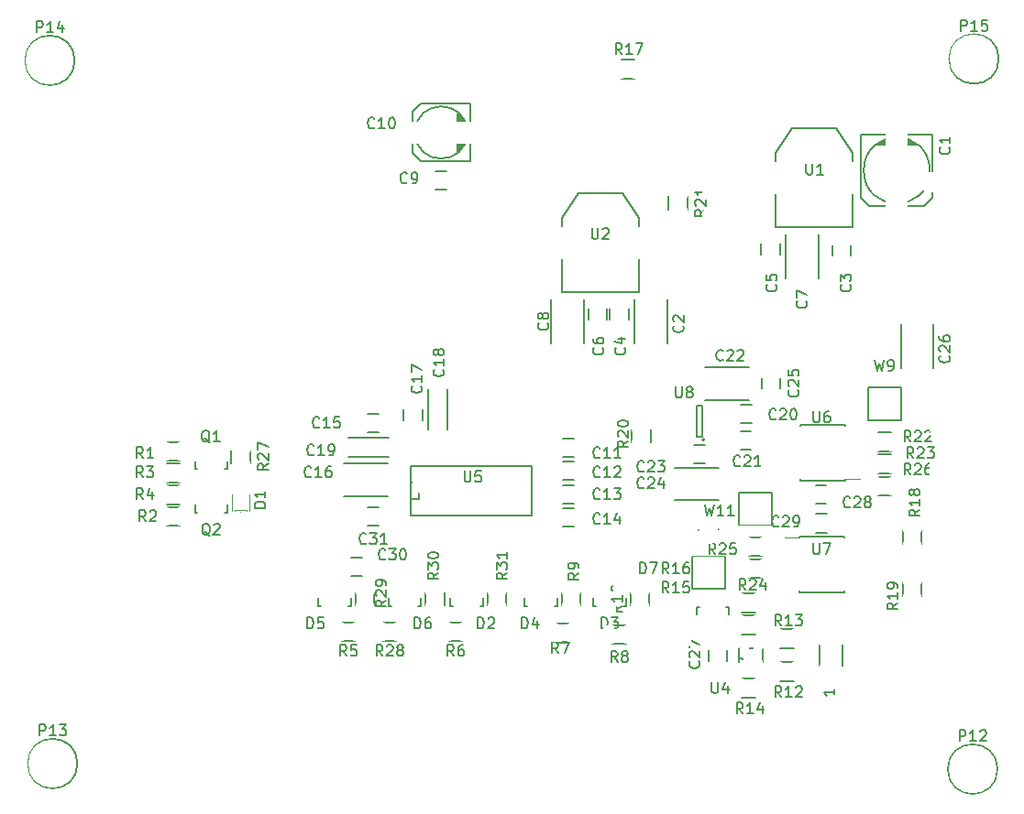
<source format=gto>
G04 #@! TF.FileFunction,Legend,Top*
%FSLAX46Y46*%
G04 Gerber Fmt 4.6, Leading zero omitted, Abs format (unit mm)*
G04 Created by KiCad (PCBNEW 4.0.2+dfsg1-stable) date wto, 5 mar 2019, 11:31:51*
%MOMM*%
G01*
G04 APERTURE LIST*
%ADD10C,0.100000*%
%ADD11C,0.150000*%
%ADD12R,3.900000X3.900000*%
%ADD13C,3.900000*%
%ADD14O,2.432000X2.127200*%
%ADD15R,2.432000X2.127200*%
%ADD16C,2.700000*%
%ADD17O,2.100000X2.400000*%
%ADD18O,2.120000X2.432000*%
%ADD19R,2.940000X2.940000*%
%ADD20R,2.630000X2.200000*%
%ADD21R,1.650000X1.400000*%
%ADD22R,1.400000X1.650000*%
%ADD23R,3.399740X2.000200*%
%ADD24R,2.200000X2.630000*%
%ADD25R,1.630000X2.200000*%
%ADD26R,2.200000X1.630000*%
%ADD27R,0.975000X1.000000*%
%ADD28R,2.050000X1.000000*%
%ADD29C,1.900000*%
%ADD30R,2.432000X2.432000*%
%ADD31O,2.432000X2.432000*%
%ADD32O,4.200000X3.400000*%
%ADD33C,4.210000*%
%ADD34R,4.210000X4.210000*%
%ADD35R,1.200100X1.200100*%
%ADD36R,1.100000X1.700000*%
%ADD37R,1.700000X1.100000*%
%ADD38R,2.100000X1.300000*%
%ADD39C,2.900000*%
%ADD40C,3.400000*%
%ADD41C,2.899360*%
%ADD42R,4.057600X2.432000*%
%ADD43R,1.416000X2.432000*%
%ADD44R,0.806400X1.060400*%
%ADD45R,0.908000X1.543000*%
%ADD46R,1.950000X1.000000*%
%ADD47R,1.460000X1.050000*%
%ADD48R,2.127200X2.432000*%
%ADD49O,2.127200X2.432000*%
%ADD50C,4.464000*%
%ADD51R,2.000200X3.999180*%
%ADD52R,1.700000X1.700000*%
%ADD53C,1.700000*%
%ADD54C,4.200000*%
G04 APERTURE END LIST*
D10*
D11*
X66064000Y-45759500D02*
X69064000Y-45759500D01*
X69064000Y-45759500D02*
X69064000Y-42759500D01*
X69064000Y-42759500D02*
X66064000Y-42759500D01*
X66064000Y-42759500D02*
X66064000Y-45759500D01*
X78002000Y-33044000D02*
X81002000Y-33044000D01*
X81002000Y-33044000D02*
X81002000Y-36044000D01*
X81002000Y-36044000D02*
X78002000Y-36044000D01*
X78002000Y-36044000D02*
X78002000Y-33044000D01*
X61746000Y-48665000D02*
X61746000Y-51665000D01*
X61746000Y-51665000D02*
X64746000Y-51665000D01*
X64746000Y-51665000D02*
X64746000Y-48665000D01*
X64746000Y-48665000D02*
X61746000Y-48665000D01*
X56395000Y-28958000D02*
X56395000Y-24858000D01*
X59395000Y-28958000D02*
X59395000Y-24858000D01*
X76370000Y-20870000D02*
X76370000Y-19870000D01*
X74670000Y-19870000D02*
X74670000Y-20870000D01*
X55845000Y-26758000D02*
X55845000Y-25758000D01*
X54145000Y-25758000D02*
X54145000Y-26758000D01*
X69811000Y-20756500D02*
X69811000Y-19756500D01*
X68111000Y-19756500D02*
X68111000Y-20756500D01*
X53845000Y-26758000D02*
X53845000Y-25758000D01*
X52145000Y-25758000D02*
X52145000Y-26758000D01*
X70382000Y-22945500D02*
X70382000Y-18845500D01*
X73382000Y-22945500D02*
X73382000Y-18845500D01*
X48695000Y-28958000D02*
X48695000Y-24858000D01*
X51695000Y-28958000D02*
X51695000Y-24858000D01*
X39044500Y-13056500D02*
X38044500Y-13056500D01*
X38044500Y-14756500D02*
X39044500Y-14756500D01*
X40830500Y-10096500D02*
X40830500Y-8699500D01*
X40703500Y-10350500D02*
X40703500Y-8572500D01*
X40576500Y-10731500D02*
X40576500Y-8191500D01*
X40449500Y-8064500D02*
X40449500Y-10858500D01*
X40322500Y-10985500D02*
X40322500Y-7937500D01*
X40195500Y-7810500D02*
X40195500Y-11112500D01*
X40068500Y-11239500D02*
X40068500Y-7683500D01*
X41211500Y-12128500D02*
X36639500Y-12128500D01*
X36639500Y-12128500D02*
X35877500Y-11366500D01*
X35877500Y-11366500D02*
X35877500Y-7556500D01*
X35877500Y-7556500D02*
X36639500Y-6794500D01*
X36639500Y-6794500D02*
X41211500Y-6794500D01*
X41211500Y-6794500D02*
X41211500Y-12128500D01*
X36385500Y-9461500D02*
X37147500Y-9461500D01*
X36766500Y-9842500D02*
X36766500Y-9080500D01*
X40957500Y-9461500D02*
G75*
G03X40957500Y-9461500I-2413000J0D01*
G01*
X50792000Y-37758000D02*
X49792000Y-37758000D01*
X49792000Y-39458000D02*
X50792000Y-39458000D01*
X50792000Y-39917000D02*
X49792000Y-39917000D01*
X49792000Y-41617000D02*
X50792000Y-41617000D01*
X50792000Y-42076000D02*
X49792000Y-42076000D01*
X49792000Y-43776000D02*
X50792000Y-43776000D01*
X50792000Y-44235000D02*
X49792000Y-44235000D01*
X49792000Y-45935000D02*
X50792000Y-45935000D01*
X32758000Y-35446600D02*
X31758000Y-35446600D01*
X31758000Y-37146600D02*
X32758000Y-37146600D01*
X29518000Y-40066000D02*
X33618000Y-40066000D01*
X29518000Y-43066000D02*
X33618000Y-43066000D01*
X36791000Y-36060000D02*
X36791000Y-35060000D01*
X35091000Y-35060000D02*
X35091000Y-36060000D01*
X39127000Y-33198000D02*
X39127000Y-36898000D01*
X37327000Y-33198000D02*
X37327000Y-36898000D01*
X29968000Y-37666000D02*
X33668000Y-37666000D01*
X29968000Y-39466000D02*
X33668000Y-39466000D01*
X67202500Y-34643500D02*
X66202500Y-34643500D01*
X66202500Y-36343500D02*
X67202500Y-36343500D01*
X67175000Y-37123000D02*
X66175000Y-37123000D01*
X66175000Y-38823000D02*
X67175000Y-38823000D01*
X67014500Y-34202500D02*
X62914500Y-34202500D01*
X67014500Y-31202500D02*
X62914500Y-31202500D01*
X62920500Y-38329500D02*
X61920500Y-38329500D01*
X61920500Y-40029500D02*
X62920500Y-40029500D01*
X64220500Y-43473500D02*
X60120500Y-43473500D01*
X64220500Y-40473500D02*
X60120500Y-40473500D01*
X69874500Y-33139000D02*
X69874500Y-32139000D01*
X68174500Y-32139000D02*
X68174500Y-33139000D01*
X80986500Y-31264000D02*
X80986500Y-27164000D01*
X83986500Y-31264000D02*
X83986500Y-27164000D01*
X64971000Y-58349000D02*
X64971000Y-57349000D01*
X63271000Y-57349000D02*
X63271000Y-58349000D01*
X74119000Y-42092000D02*
X73119000Y-42092000D01*
X73119000Y-43792000D02*
X74119000Y-43792000D01*
X73178000Y-46450000D02*
X74178000Y-46450000D01*
X74178000Y-44750000D02*
X73178000Y-44750000D01*
D10*
X19494000Y-44500000D02*
X20594000Y-44500000D01*
X20594000Y-44500000D02*
X20594000Y-44400000D01*
X20594000Y-44400000D02*
X19494000Y-44400000D01*
X19494000Y-44400000D02*
X19494000Y-44500000D01*
X20844000Y-44500000D02*
X20844000Y-42900000D01*
X19244000Y-43700000D02*
X19244000Y-42900000D01*
X19244000Y-43700000D02*
X19244000Y-44500000D01*
D11*
X15994840Y-40600240D02*
X16043100Y-40600240D01*
X18793820Y-39899200D02*
X18793820Y-40600240D01*
X18793820Y-40600240D02*
X18544900Y-40600240D01*
X15994840Y-40600240D02*
X15794180Y-40600240D01*
X15794180Y-40600240D02*
X15794180Y-39899200D01*
X15994840Y-44600240D02*
X16043100Y-44600240D01*
X18793820Y-43899200D02*
X18793820Y-44600240D01*
X18793820Y-44600240D02*
X18544900Y-44600240D01*
X15994840Y-44600240D02*
X15794180Y-44600240D01*
X15794180Y-44600240D02*
X15794180Y-43899200D01*
X13194000Y-38075000D02*
X14394000Y-38075000D01*
X14394000Y-39825000D02*
X13194000Y-39825000D01*
X13194000Y-44075000D02*
X14394000Y-44075000D01*
X14394000Y-45825000D02*
X13194000Y-45825000D01*
X14394000Y-41825000D02*
X13194000Y-41825000D01*
X13194000Y-40075000D02*
X14394000Y-40075000D01*
X14394000Y-43825000D02*
X13194000Y-43825000D01*
X13194000Y-42075000D02*
X14394000Y-42075000D01*
X39278000Y-54751000D02*
X40478000Y-54751000D01*
X40478000Y-56501000D02*
X39278000Y-56501000D01*
X49184000Y-54878000D02*
X50384000Y-54878000D01*
X50384000Y-56628000D02*
X49184000Y-56628000D01*
X54391000Y-55005000D02*
X55591000Y-55005000D01*
X55591000Y-56755000D02*
X54391000Y-56755000D01*
X51421000Y-51978000D02*
X51421000Y-53178000D01*
X49671000Y-53178000D02*
X49671000Y-51978000D01*
X57771000Y-51978000D02*
X57771000Y-53178000D01*
X56021000Y-53178000D02*
X56021000Y-51978000D01*
X75624000Y-56785000D02*
X75624000Y-58785000D01*
X73474000Y-58785000D02*
X73474000Y-56785000D01*
X71085000Y-60184000D02*
X69885000Y-60184000D01*
X69885000Y-58434000D02*
X71085000Y-58434000D01*
X71085000Y-57136000D02*
X69885000Y-57136000D01*
X69885000Y-55386000D02*
X71085000Y-55386000D01*
X67529000Y-61708000D02*
X66329000Y-61708000D01*
X66329000Y-59958000D02*
X67529000Y-59958000D01*
X67529000Y-55866000D02*
X66329000Y-55866000D01*
X66329000Y-54116000D02*
X67529000Y-54116000D01*
X67529000Y-53834000D02*
X66329000Y-53834000D01*
X66329000Y-52084000D02*
X67529000Y-52084000D01*
X55220000Y-2745000D02*
X56420000Y-2745000D01*
X56420000Y-4495000D02*
X55220000Y-4495000D01*
X82917000Y-46263000D02*
X82917000Y-47463000D01*
X81167000Y-47463000D02*
X81167000Y-46263000D01*
X81167000Y-52289000D02*
X81167000Y-51089000D01*
X82917000Y-51089000D02*
X82917000Y-52289000D01*
X57898000Y-36928500D02*
X57898000Y-38128500D01*
X56148000Y-38128500D02*
X56148000Y-36928500D01*
X59545000Y-16570000D02*
X59545000Y-15370000D01*
X61295000Y-15370000D02*
X61295000Y-16570000D01*
X78870000Y-37195000D02*
X80070000Y-37195000D01*
X80070000Y-38945000D02*
X78870000Y-38945000D01*
X80069000Y-40992000D02*
X78869000Y-40992000D01*
X78869000Y-39242000D02*
X80069000Y-39242000D01*
X66964000Y-48909000D02*
X68164000Y-48909000D01*
X68164000Y-50659000D02*
X66964000Y-50659000D01*
X66964000Y-46877000D02*
X68164000Y-46877000D01*
X68164000Y-48627000D02*
X66964000Y-48627000D01*
X78870000Y-41295000D02*
X80070000Y-41295000D01*
X80070000Y-43045000D02*
X78870000Y-43045000D01*
X19169000Y-40050000D02*
X19169000Y-38850000D01*
X20919000Y-38850000D02*
X20919000Y-40050000D01*
X69469000Y-15176500D02*
X69469000Y-18224500D01*
X69469000Y-18224500D02*
X76581000Y-18224500D01*
X76581000Y-18224500D02*
X76581000Y-15176500D01*
X69469000Y-12128500D02*
X69469000Y-11366500D01*
X69469000Y-11366500D02*
X70993000Y-9080500D01*
X70993000Y-9080500D02*
X75057000Y-9080500D01*
X75057000Y-9080500D02*
X76581000Y-11366500D01*
X76581000Y-11366500D02*
X76581000Y-12128500D01*
X49664000Y-21144000D02*
X49664000Y-24192000D01*
X49664000Y-24192000D02*
X56776000Y-24192000D01*
X56776000Y-24192000D02*
X56776000Y-21144000D01*
X49664000Y-18096000D02*
X49664000Y-17334000D01*
X49664000Y-17334000D02*
X51188000Y-15048000D01*
X51188000Y-15048000D02*
X55252000Y-15048000D01*
X55252000Y-15048000D02*
X56776000Y-17334000D01*
X56776000Y-17334000D02*
X56776000Y-18096000D01*
X66083000Y-58085000D02*
X66383000Y-58085000D01*
X66383000Y-58085000D02*
X66383000Y-58385000D01*
X68283000Y-57185000D02*
X66083000Y-57185000D01*
X66083000Y-57185000D02*
X66083000Y-58385000D01*
X66083000Y-58385000D02*
X68283000Y-58385000D01*
X68283000Y-58385000D02*
X68283000Y-57185000D01*
X35738000Y-41824000D02*
X36500000Y-41824000D01*
X36500000Y-41824000D02*
X36500000Y-43348000D01*
X36500000Y-43348000D02*
X35738000Y-43348000D01*
X46914000Y-40300000D02*
X46914000Y-44872000D01*
X46914000Y-44872000D02*
X35738000Y-44872000D01*
X35738000Y-44872000D02*
X35738000Y-40300000D01*
X35738000Y-40300000D02*
X46914000Y-40300000D01*
X75849000Y-41657000D02*
X75849000Y-41512000D01*
X71699000Y-41657000D02*
X71699000Y-41512000D01*
X71699000Y-36507000D02*
X71699000Y-36652000D01*
X75849000Y-36507000D02*
X75849000Y-36652000D01*
X75849000Y-41657000D02*
X71699000Y-41657000D01*
X75849000Y-36507000D02*
X71699000Y-36507000D01*
X75849000Y-41512000D02*
X77249000Y-41512000D01*
X71643000Y-46845000D02*
X71643000Y-46990000D01*
X75793000Y-46845000D02*
X75793000Y-46990000D01*
X75793000Y-51995000D02*
X75793000Y-51850000D01*
X71643000Y-51995000D02*
X71643000Y-51850000D01*
X71643000Y-46845000D02*
X75793000Y-46845000D01*
X71643000Y-51995000D02*
X75793000Y-51995000D01*
X71643000Y-46990000D02*
X70243000Y-46990000D01*
X62862500Y-37863500D02*
G75*
G03X62862500Y-37863500I-100000J0D01*
G01*
X62112500Y-37613500D02*
X62612500Y-37613500D01*
X62112500Y-34713500D02*
X62112500Y-37613500D01*
X62612500Y-34713500D02*
X62112500Y-34713500D01*
X62612500Y-37613500D02*
X62612500Y-34713500D01*
X39594840Y-53228240D02*
X39643100Y-53228240D01*
X42393820Y-52527200D02*
X42393820Y-53228240D01*
X42393820Y-53228240D02*
X42144900Y-53228240D01*
X39594840Y-53228240D02*
X39394180Y-53228240D01*
X39394180Y-53228240D02*
X39394180Y-52527200D01*
X52802840Y-53228240D02*
X52851100Y-53228240D01*
X55601820Y-52527200D02*
X55601820Y-53228240D01*
X55601820Y-53228240D02*
X55352900Y-53228240D01*
X52802840Y-53228240D02*
X52602180Y-53228240D01*
X52602180Y-53228240D02*
X52602180Y-52527200D01*
X46452840Y-53228240D02*
X46501100Y-53228240D01*
X49251820Y-52527200D02*
X49251820Y-53228240D01*
X49251820Y-53228240D02*
X49002900Y-53228240D01*
X46452840Y-53228240D02*
X46252180Y-53228240D01*
X46252180Y-53228240D02*
X46252180Y-52527200D01*
X64926160Y-53324760D02*
X64877900Y-53324760D01*
X62127180Y-54025800D02*
X62127180Y-53324760D01*
X62127180Y-53324760D02*
X62376100Y-53324760D01*
X64926160Y-53324760D02*
X65126820Y-53324760D01*
X65126820Y-53324760D02*
X65126820Y-54025800D01*
X30234000Y-50507000D02*
X31234000Y-50507000D01*
X31234000Y-48807000D02*
X30234000Y-48807000D01*
X31758000Y-45808000D02*
X32758000Y-45808000D01*
X32758000Y-44108000D02*
X31758000Y-44108000D01*
X27402840Y-53228240D02*
X27451100Y-53228240D01*
X30201820Y-52527200D02*
X30201820Y-53228240D01*
X30201820Y-53228240D02*
X29952900Y-53228240D01*
X27402840Y-53228240D02*
X27202180Y-53228240D01*
X27202180Y-53228240D02*
X27202180Y-52527200D01*
X33879840Y-53228240D02*
X33928100Y-53228240D01*
X36678820Y-52527200D02*
X36678820Y-53228240D01*
X36678820Y-53228240D02*
X36429900Y-53228240D01*
X33879840Y-53228240D02*
X33679180Y-53228240D01*
X33679180Y-53228240D02*
X33679180Y-52527200D01*
X30572000Y-56501000D02*
X29372000Y-56501000D01*
X29372000Y-54751000D02*
X30572000Y-54751000D01*
X34382000Y-56501000D02*
X33182000Y-56501000D01*
X33182000Y-54751000D02*
X34382000Y-54751000D01*
X32371000Y-51978000D02*
X32371000Y-53178000D01*
X30621000Y-53178000D02*
X30621000Y-51978000D01*
X38848000Y-51978000D02*
X38848000Y-53178000D01*
X37098000Y-53178000D02*
X37098000Y-51978000D01*
X44563000Y-51978000D02*
X44563000Y-53178000D01*
X42813000Y-53178000D02*
X42813000Y-51978000D01*
X89916000Y-68326000D02*
G75*
G03X89916000Y-68326000I-2286000J0D01*
G01*
X4953000Y-67818000D02*
G75*
G03X4953000Y-67818000I-2286000J0D01*
G01*
X4699000Y-2794000D02*
G75*
G03X4699000Y-2794000I-2286000J0D01*
G01*
X90043000Y-2667000D02*
G75*
G03X90043000Y-2667000I-2286000J0D01*
G01*
X81382000Y-10049000D02*
X79858000Y-10049000D01*
X79477000Y-10176000D02*
X81763000Y-10176000D01*
X82017000Y-10303000D02*
X79223000Y-10303000D01*
X78969000Y-10430000D02*
X82271000Y-10430000D01*
X82398000Y-10557000D02*
X78842000Y-10557000D01*
X83922000Y-9668000D02*
X77318000Y-9668000D01*
X77318000Y-9668000D02*
X77318000Y-15510000D01*
X77318000Y-15510000D02*
X78080000Y-16272000D01*
X78080000Y-16272000D02*
X83160000Y-16272000D01*
X83160000Y-16272000D02*
X83922000Y-15510000D01*
X83922000Y-15510000D02*
X83922000Y-9668000D01*
X80620000Y-15129000D02*
X80620000Y-14367000D01*
X81001000Y-14748000D02*
X80239000Y-14748000D01*
X83668000Y-12970000D02*
G75*
G03X83668000Y-12970000I-3048000J0D01*
G01*
X62881048Y-43902381D02*
X63119143Y-44902381D01*
X63309620Y-44188095D01*
X63500096Y-44902381D01*
X63738191Y-43902381D01*
X64642953Y-44902381D02*
X64071524Y-44902381D01*
X64357238Y-44902381D02*
X64357238Y-43902381D01*
X64262000Y-44045238D01*
X64166762Y-44140476D01*
X64071524Y-44188095D01*
X65595334Y-44902381D02*
X65023905Y-44902381D01*
X65309619Y-44902381D02*
X65309619Y-43902381D01*
X65214381Y-44045238D01*
X65119143Y-44140476D01*
X65023905Y-44188095D01*
X78597238Y-30496261D02*
X78835333Y-31496261D01*
X79025810Y-30781975D01*
X79216286Y-31496261D01*
X79454381Y-30496261D01*
X79882952Y-31496261D02*
X80073428Y-31496261D01*
X80168667Y-31448642D01*
X80216286Y-31401023D01*
X80311524Y-31258166D01*
X80359143Y-31067690D01*
X80359143Y-30686737D01*
X80311524Y-30591499D01*
X80263905Y-30543880D01*
X80168667Y-30496261D01*
X79978190Y-30496261D01*
X79882952Y-30543880D01*
X79835333Y-30591499D01*
X79787714Y-30686737D01*
X79787714Y-30924832D01*
X79835333Y-31020070D01*
X79882952Y-31067690D01*
X79978190Y-31115309D01*
X80168667Y-31115309D01*
X80263905Y-31067690D01*
X80311524Y-31020070D01*
X80359143Y-30924832D01*
X62341238Y-46117261D02*
X62579333Y-47117261D01*
X62769810Y-46402975D01*
X62960286Y-47117261D01*
X63198381Y-46117261D01*
X63484095Y-46117261D02*
X64150762Y-46117261D01*
X63722190Y-47117261D01*
X60852143Y-27324666D02*
X60899762Y-27372285D01*
X60947381Y-27515142D01*
X60947381Y-27610380D01*
X60899762Y-27753238D01*
X60804524Y-27848476D01*
X60709286Y-27896095D01*
X60518810Y-27943714D01*
X60375952Y-27943714D01*
X60185476Y-27896095D01*
X60090238Y-27848476D01*
X59995000Y-27753238D01*
X59947381Y-27610380D01*
X59947381Y-27515142D01*
X59995000Y-27372285D01*
X60042619Y-27324666D01*
X60042619Y-26943714D02*
X59995000Y-26896095D01*
X59947381Y-26800857D01*
X59947381Y-26562761D01*
X59995000Y-26467523D01*
X60042619Y-26419904D01*
X60137857Y-26372285D01*
X60233095Y-26372285D01*
X60375952Y-26419904D01*
X60947381Y-26991333D01*
X60947381Y-26372285D01*
X76303143Y-23534666D02*
X76350762Y-23582285D01*
X76398381Y-23725142D01*
X76398381Y-23820380D01*
X76350762Y-23963238D01*
X76255524Y-24058476D01*
X76160286Y-24106095D01*
X75969810Y-24153714D01*
X75826952Y-24153714D01*
X75636476Y-24106095D01*
X75541238Y-24058476D01*
X75446000Y-23963238D01*
X75398381Y-23820380D01*
X75398381Y-23725142D01*
X75446000Y-23582285D01*
X75493619Y-23534666D01*
X75398381Y-23201333D02*
X75398381Y-22582285D01*
X75779333Y-22915619D01*
X75779333Y-22772761D01*
X75826952Y-22677523D01*
X75874571Y-22629904D01*
X75969810Y-22582285D01*
X76207905Y-22582285D01*
X76303143Y-22629904D01*
X76350762Y-22677523D01*
X76398381Y-22772761D01*
X76398381Y-23058476D01*
X76350762Y-23153714D01*
X76303143Y-23201333D01*
X55475143Y-29376666D02*
X55522762Y-29424285D01*
X55570381Y-29567142D01*
X55570381Y-29662380D01*
X55522762Y-29805238D01*
X55427524Y-29900476D01*
X55332286Y-29948095D01*
X55141810Y-29995714D01*
X54998952Y-29995714D01*
X54808476Y-29948095D01*
X54713238Y-29900476D01*
X54618000Y-29805238D01*
X54570381Y-29662380D01*
X54570381Y-29567142D01*
X54618000Y-29424285D01*
X54665619Y-29376666D01*
X54903714Y-28519523D02*
X55570381Y-28519523D01*
X54522762Y-28757619D02*
X55237048Y-28995714D01*
X55237048Y-28376666D01*
X69445143Y-23534666D02*
X69492762Y-23582285D01*
X69540381Y-23725142D01*
X69540381Y-23820380D01*
X69492762Y-23963238D01*
X69397524Y-24058476D01*
X69302286Y-24106095D01*
X69111810Y-24153714D01*
X68968952Y-24153714D01*
X68778476Y-24106095D01*
X68683238Y-24058476D01*
X68588000Y-23963238D01*
X68540381Y-23820380D01*
X68540381Y-23725142D01*
X68588000Y-23582285D01*
X68635619Y-23534666D01*
X68540381Y-22629904D02*
X68540381Y-23106095D01*
X69016571Y-23153714D01*
X68968952Y-23106095D01*
X68921333Y-23010857D01*
X68921333Y-22772761D01*
X68968952Y-22677523D01*
X69016571Y-22629904D01*
X69111810Y-22582285D01*
X69349905Y-22582285D01*
X69445143Y-22629904D01*
X69492762Y-22677523D01*
X69540381Y-22772761D01*
X69540381Y-23010857D01*
X69492762Y-23106095D01*
X69445143Y-23153714D01*
X53443143Y-29376666D02*
X53490762Y-29424285D01*
X53538381Y-29567142D01*
X53538381Y-29662380D01*
X53490762Y-29805238D01*
X53395524Y-29900476D01*
X53300286Y-29948095D01*
X53109810Y-29995714D01*
X52966952Y-29995714D01*
X52776476Y-29948095D01*
X52681238Y-29900476D01*
X52586000Y-29805238D01*
X52538381Y-29662380D01*
X52538381Y-29567142D01*
X52586000Y-29424285D01*
X52633619Y-29376666D01*
X52538381Y-28519523D02*
X52538381Y-28710000D01*
X52586000Y-28805238D01*
X52633619Y-28852857D01*
X52776476Y-28948095D01*
X52966952Y-28995714D01*
X53347905Y-28995714D01*
X53443143Y-28948095D01*
X53490762Y-28900476D01*
X53538381Y-28805238D01*
X53538381Y-28614761D01*
X53490762Y-28519523D01*
X53443143Y-28471904D01*
X53347905Y-28424285D01*
X53109810Y-28424285D01*
X53014571Y-28471904D01*
X52966952Y-28519523D01*
X52919333Y-28614761D01*
X52919333Y-28805238D01*
X52966952Y-28900476D01*
X53014571Y-28948095D01*
X53109810Y-28995714D01*
X72239143Y-25058666D02*
X72286762Y-25106285D01*
X72334381Y-25249142D01*
X72334381Y-25344380D01*
X72286762Y-25487238D01*
X72191524Y-25582476D01*
X72096286Y-25630095D01*
X71905810Y-25677714D01*
X71762952Y-25677714D01*
X71572476Y-25630095D01*
X71477238Y-25582476D01*
X71382000Y-25487238D01*
X71334381Y-25344380D01*
X71334381Y-25249142D01*
X71382000Y-25106285D01*
X71429619Y-25058666D01*
X71334381Y-24725333D02*
X71334381Y-24058666D01*
X72334381Y-24487238D01*
X48363143Y-27090666D02*
X48410762Y-27138285D01*
X48458381Y-27281142D01*
X48458381Y-27376380D01*
X48410762Y-27519238D01*
X48315524Y-27614476D01*
X48220286Y-27662095D01*
X48029810Y-27709714D01*
X47886952Y-27709714D01*
X47696476Y-27662095D01*
X47601238Y-27614476D01*
X47506000Y-27519238D01*
X47458381Y-27376380D01*
X47458381Y-27281142D01*
X47506000Y-27138285D01*
X47553619Y-27090666D01*
X47886952Y-26519238D02*
X47839333Y-26614476D01*
X47791714Y-26662095D01*
X47696476Y-26709714D01*
X47648857Y-26709714D01*
X47553619Y-26662095D01*
X47506000Y-26614476D01*
X47458381Y-26519238D01*
X47458381Y-26328761D01*
X47506000Y-26233523D01*
X47553619Y-26185904D01*
X47648857Y-26138285D01*
X47696476Y-26138285D01*
X47791714Y-26185904D01*
X47839333Y-26233523D01*
X47886952Y-26328761D01*
X47886952Y-26519238D01*
X47934571Y-26614476D01*
X47982190Y-26662095D01*
X48077429Y-26709714D01*
X48267905Y-26709714D01*
X48363143Y-26662095D01*
X48410762Y-26614476D01*
X48458381Y-26519238D01*
X48458381Y-26328761D01*
X48410762Y-26233523D01*
X48363143Y-26185904D01*
X48267905Y-26138285D01*
X48077429Y-26138285D01*
X47982190Y-26185904D01*
X47934571Y-26233523D01*
X47886952Y-26328761D01*
X35393334Y-14073143D02*
X35345715Y-14120762D01*
X35202858Y-14168381D01*
X35107620Y-14168381D01*
X34964762Y-14120762D01*
X34869524Y-14025524D01*
X34821905Y-13930286D01*
X34774286Y-13739810D01*
X34774286Y-13596952D01*
X34821905Y-13406476D01*
X34869524Y-13311238D01*
X34964762Y-13216000D01*
X35107620Y-13168381D01*
X35202858Y-13168381D01*
X35345715Y-13216000D01*
X35393334Y-13263619D01*
X35869524Y-14168381D02*
X36060000Y-14168381D01*
X36155239Y-14120762D01*
X36202858Y-14073143D01*
X36298096Y-13930286D01*
X36345715Y-13739810D01*
X36345715Y-13358857D01*
X36298096Y-13263619D01*
X36250477Y-13216000D01*
X36155239Y-13168381D01*
X35964762Y-13168381D01*
X35869524Y-13216000D01*
X35821905Y-13263619D01*
X35774286Y-13358857D01*
X35774286Y-13596952D01*
X35821905Y-13692190D01*
X35869524Y-13739810D01*
X35964762Y-13787429D01*
X36155239Y-13787429D01*
X36250477Y-13739810D01*
X36298096Y-13692190D01*
X36345715Y-13596952D01*
X32377143Y-8993143D02*
X32329524Y-9040762D01*
X32186667Y-9088381D01*
X32091429Y-9088381D01*
X31948571Y-9040762D01*
X31853333Y-8945524D01*
X31805714Y-8850286D01*
X31758095Y-8659810D01*
X31758095Y-8516952D01*
X31805714Y-8326476D01*
X31853333Y-8231238D01*
X31948571Y-8136000D01*
X32091429Y-8088381D01*
X32186667Y-8088381D01*
X32329524Y-8136000D01*
X32377143Y-8183619D01*
X33329524Y-9088381D02*
X32758095Y-9088381D01*
X33043809Y-9088381D02*
X33043809Y-8088381D01*
X32948571Y-8231238D01*
X32853333Y-8326476D01*
X32758095Y-8374095D01*
X33948571Y-8088381D02*
X34043810Y-8088381D01*
X34139048Y-8136000D01*
X34186667Y-8183619D01*
X34234286Y-8278857D01*
X34281905Y-8469333D01*
X34281905Y-8707429D01*
X34234286Y-8897905D01*
X34186667Y-8993143D01*
X34139048Y-9040762D01*
X34043810Y-9088381D01*
X33948571Y-9088381D01*
X33853333Y-9040762D01*
X33805714Y-8993143D01*
X33758095Y-8897905D01*
X33710476Y-8707429D01*
X33710476Y-8469333D01*
X33758095Y-8278857D01*
X33805714Y-8183619D01*
X33853333Y-8136000D01*
X33948571Y-8088381D01*
X53205143Y-39473143D02*
X53157524Y-39520762D01*
X53014667Y-39568381D01*
X52919429Y-39568381D01*
X52776571Y-39520762D01*
X52681333Y-39425524D01*
X52633714Y-39330286D01*
X52586095Y-39139810D01*
X52586095Y-38996952D01*
X52633714Y-38806476D01*
X52681333Y-38711238D01*
X52776571Y-38616000D01*
X52919429Y-38568381D01*
X53014667Y-38568381D01*
X53157524Y-38616000D01*
X53205143Y-38663619D01*
X54157524Y-39568381D02*
X53586095Y-39568381D01*
X53871809Y-39568381D02*
X53871809Y-38568381D01*
X53776571Y-38711238D01*
X53681333Y-38806476D01*
X53586095Y-38854095D01*
X55109905Y-39568381D02*
X54538476Y-39568381D01*
X54824190Y-39568381D02*
X54824190Y-38568381D01*
X54728952Y-38711238D01*
X54633714Y-38806476D01*
X54538476Y-38854095D01*
X53205143Y-41251143D02*
X53157524Y-41298762D01*
X53014667Y-41346381D01*
X52919429Y-41346381D01*
X52776571Y-41298762D01*
X52681333Y-41203524D01*
X52633714Y-41108286D01*
X52586095Y-40917810D01*
X52586095Y-40774952D01*
X52633714Y-40584476D01*
X52681333Y-40489238D01*
X52776571Y-40394000D01*
X52919429Y-40346381D01*
X53014667Y-40346381D01*
X53157524Y-40394000D01*
X53205143Y-40441619D01*
X54157524Y-41346381D02*
X53586095Y-41346381D01*
X53871809Y-41346381D02*
X53871809Y-40346381D01*
X53776571Y-40489238D01*
X53681333Y-40584476D01*
X53586095Y-40632095D01*
X54538476Y-40441619D02*
X54586095Y-40394000D01*
X54681333Y-40346381D01*
X54919429Y-40346381D01*
X55014667Y-40394000D01*
X55062286Y-40441619D01*
X55109905Y-40536857D01*
X55109905Y-40632095D01*
X55062286Y-40774952D01*
X54490857Y-41346381D01*
X55109905Y-41346381D01*
X53205143Y-43283143D02*
X53157524Y-43330762D01*
X53014667Y-43378381D01*
X52919429Y-43378381D01*
X52776571Y-43330762D01*
X52681333Y-43235524D01*
X52633714Y-43140286D01*
X52586095Y-42949810D01*
X52586095Y-42806952D01*
X52633714Y-42616476D01*
X52681333Y-42521238D01*
X52776571Y-42426000D01*
X52919429Y-42378381D01*
X53014667Y-42378381D01*
X53157524Y-42426000D01*
X53205143Y-42473619D01*
X54157524Y-43378381D02*
X53586095Y-43378381D01*
X53871809Y-43378381D02*
X53871809Y-42378381D01*
X53776571Y-42521238D01*
X53681333Y-42616476D01*
X53586095Y-42664095D01*
X54490857Y-42378381D02*
X55109905Y-42378381D01*
X54776571Y-42759333D01*
X54919429Y-42759333D01*
X55014667Y-42806952D01*
X55062286Y-42854571D01*
X55109905Y-42949810D01*
X55109905Y-43187905D01*
X55062286Y-43283143D01*
X55014667Y-43330762D01*
X54919429Y-43378381D01*
X54633714Y-43378381D01*
X54538476Y-43330762D01*
X54490857Y-43283143D01*
X53205143Y-45569143D02*
X53157524Y-45616762D01*
X53014667Y-45664381D01*
X52919429Y-45664381D01*
X52776571Y-45616762D01*
X52681333Y-45521524D01*
X52633714Y-45426286D01*
X52586095Y-45235810D01*
X52586095Y-45092952D01*
X52633714Y-44902476D01*
X52681333Y-44807238D01*
X52776571Y-44712000D01*
X52919429Y-44664381D01*
X53014667Y-44664381D01*
X53157524Y-44712000D01*
X53205143Y-44759619D01*
X54157524Y-45664381D02*
X53586095Y-45664381D01*
X53871809Y-45664381D02*
X53871809Y-44664381D01*
X53776571Y-44807238D01*
X53681333Y-44902476D01*
X53586095Y-44950095D01*
X55014667Y-44997714D02*
X55014667Y-45664381D01*
X54776571Y-44616762D02*
X54538476Y-45331048D01*
X55157524Y-45331048D01*
X27297143Y-36679143D02*
X27249524Y-36726762D01*
X27106667Y-36774381D01*
X27011429Y-36774381D01*
X26868571Y-36726762D01*
X26773333Y-36631524D01*
X26725714Y-36536286D01*
X26678095Y-36345810D01*
X26678095Y-36202952D01*
X26725714Y-36012476D01*
X26773333Y-35917238D01*
X26868571Y-35822000D01*
X27011429Y-35774381D01*
X27106667Y-35774381D01*
X27249524Y-35822000D01*
X27297143Y-35869619D01*
X28249524Y-36774381D02*
X27678095Y-36774381D01*
X27963809Y-36774381D02*
X27963809Y-35774381D01*
X27868571Y-35917238D01*
X27773333Y-36012476D01*
X27678095Y-36060095D01*
X29154286Y-35774381D02*
X28678095Y-35774381D01*
X28630476Y-36250571D01*
X28678095Y-36202952D01*
X28773333Y-36155333D01*
X29011429Y-36155333D01*
X29106667Y-36202952D01*
X29154286Y-36250571D01*
X29201905Y-36345810D01*
X29201905Y-36583905D01*
X29154286Y-36679143D01*
X29106667Y-36726762D01*
X29011429Y-36774381D01*
X28773333Y-36774381D01*
X28678095Y-36726762D01*
X28630476Y-36679143D01*
X26535143Y-41251143D02*
X26487524Y-41298762D01*
X26344667Y-41346381D01*
X26249429Y-41346381D01*
X26106571Y-41298762D01*
X26011333Y-41203524D01*
X25963714Y-41108286D01*
X25916095Y-40917810D01*
X25916095Y-40774952D01*
X25963714Y-40584476D01*
X26011333Y-40489238D01*
X26106571Y-40394000D01*
X26249429Y-40346381D01*
X26344667Y-40346381D01*
X26487524Y-40394000D01*
X26535143Y-40441619D01*
X27487524Y-41346381D02*
X26916095Y-41346381D01*
X27201809Y-41346381D02*
X27201809Y-40346381D01*
X27106571Y-40489238D01*
X27011333Y-40584476D01*
X26916095Y-40632095D01*
X28344667Y-40346381D02*
X28154190Y-40346381D01*
X28058952Y-40394000D01*
X28011333Y-40441619D01*
X27916095Y-40584476D01*
X27868476Y-40774952D01*
X27868476Y-41155905D01*
X27916095Y-41251143D01*
X27963714Y-41298762D01*
X28058952Y-41346381D01*
X28249429Y-41346381D01*
X28344667Y-41298762D01*
X28392286Y-41251143D01*
X28439905Y-41155905D01*
X28439905Y-40917810D01*
X28392286Y-40822571D01*
X28344667Y-40774952D01*
X28249429Y-40727333D01*
X28058952Y-40727333D01*
X27963714Y-40774952D01*
X27916095Y-40822571D01*
X27868476Y-40917810D01*
X36679143Y-32900857D02*
X36726762Y-32948476D01*
X36774381Y-33091333D01*
X36774381Y-33186571D01*
X36726762Y-33329429D01*
X36631524Y-33424667D01*
X36536286Y-33472286D01*
X36345810Y-33519905D01*
X36202952Y-33519905D01*
X36012476Y-33472286D01*
X35917238Y-33424667D01*
X35822000Y-33329429D01*
X35774381Y-33186571D01*
X35774381Y-33091333D01*
X35822000Y-32948476D01*
X35869619Y-32900857D01*
X36774381Y-31948476D02*
X36774381Y-32519905D01*
X36774381Y-32234191D02*
X35774381Y-32234191D01*
X35917238Y-32329429D01*
X36012476Y-32424667D01*
X36060095Y-32519905D01*
X35774381Y-31615143D02*
X35774381Y-30948476D01*
X36774381Y-31377048D01*
X38711143Y-31376857D02*
X38758762Y-31424476D01*
X38806381Y-31567333D01*
X38806381Y-31662571D01*
X38758762Y-31805429D01*
X38663524Y-31900667D01*
X38568286Y-31948286D01*
X38377810Y-31995905D01*
X38234952Y-31995905D01*
X38044476Y-31948286D01*
X37949238Y-31900667D01*
X37854000Y-31805429D01*
X37806381Y-31662571D01*
X37806381Y-31567333D01*
X37854000Y-31424476D01*
X37901619Y-31376857D01*
X38806381Y-30424476D02*
X38806381Y-30995905D01*
X38806381Y-30710191D02*
X37806381Y-30710191D01*
X37949238Y-30805429D01*
X38044476Y-30900667D01*
X38092095Y-30995905D01*
X38234952Y-29853048D02*
X38187333Y-29948286D01*
X38139714Y-29995905D01*
X38044476Y-30043524D01*
X37996857Y-30043524D01*
X37901619Y-29995905D01*
X37854000Y-29948286D01*
X37806381Y-29853048D01*
X37806381Y-29662571D01*
X37854000Y-29567333D01*
X37901619Y-29519714D01*
X37996857Y-29472095D01*
X38044476Y-29472095D01*
X38139714Y-29519714D01*
X38187333Y-29567333D01*
X38234952Y-29662571D01*
X38234952Y-29853048D01*
X38282571Y-29948286D01*
X38330190Y-29995905D01*
X38425429Y-30043524D01*
X38615905Y-30043524D01*
X38711143Y-29995905D01*
X38758762Y-29948286D01*
X38806381Y-29853048D01*
X38806381Y-29662571D01*
X38758762Y-29567333D01*
X38711143Y-29519714D01*
X38615905Y-29472095D01*
X38425429Y-29472095D01*
X38330190Y-29519714D01*
X38282571Y-29567333D01*
X38234952Y-29662571D01*
X26789143Y-39219143D02*
X26741524Y-39266762D01*
X26598667Y-39314381D01*
X26503429Y-39314381D01*
X26360571Y-39266762D01*
X26265333Y-39171524D01*
X26217714Y-39076286D01*
X26170095Y-38885810D01*
X26170095Y-38742952D01*
X26217714Y-38552476D01*
X26265333Y-38457238D01*
X26360571Y-38362000D01*
X26503429Y-38314381D01*
X26598667Y-38314381D01*
X26741524Y-38362000D01*
X26789143Y-38409619D01*
X27741524Y-39314381D02*
X27170095Y-39314381D01*
X27455809Y-39314381D02*
X27455809Y-38314381D01*
X27360571Y-38457238D01*
X27265333Y-38552476D01*
X27170095Y-38600095D01*
X28217714Y-39314381D02*
X28408190Y-39314381D01*
X28503429Y-39266762D01*
X28551048Y-39219143D01*
X28646286Y-39076286D01*
X28693905Y-38885810D01*
X28693905Y-38504857D01*
X28646286Y-38409619D01*
X28598667Y-38362000D01*
X28503429Y-38314381D01*
X28312952Y-38314381D01*
X28217714Y-38362000D01*
X28170095Y-38409619D01*
X28122476Y-38504857D01*
X28122476Y-38742952D01*
X28170095Y-38838190D01*
X28217714Y-38885810D01*
X28312952Y-38933429D01*
X28503429Y-38933429D01*
X28598667Y-38885810D01*
X28646286Y-38838190D01*
X28693905Y-38742952D01*
X69461143Y-35917143D02*
X69413524Y-35964762D01*
X69270667Y-36012381D01*
X69175429Y-36012381D01*
X69032571Y-35964762D01*
X68937333Y-35869524D01*
X68889714Y-35774286D01*
X68842095Y-35583810D01*
X68842095Y-35440952D01*
X68889714Y-35250476D01*
X68937333Y-35155238D01*
X69032571Y-35060000D01*
X69175429Y-35012381D01*
X69270667Y-35012381D01*
X69413524Y-35060000D01*
X69461143Y-35107619D01*
X69842095Y-35107619D02*
X69889714Y-35060000D01*
X69984952Y-35012381D01*
X70223048Y-35012381D01*
X70318286Y-35060000D01*
X70365905Y-35107619D01*
X70413524Y-35202857D01*
X70413524Y-35298095D01*
X70365905Y-35440952D01*
X69794476Y-36012381D01*
X70413524Y-36012381D01*
X71032571Y-35012381D02*
X71127810Y-35012381D01*
X71223048Y-35060000D01*
X71270667Y-35107619D01*
X71318286Y-35202857D01*
X71365905Y-35393333D01*
X71365905Y-35631429D01*
X71318286Y-35821905D01*
X71270667Y-35917143D01*
X71223048Y-35964762D01*
X71127810Y-36012381D01*
X71032571Y-36012381D01*
X70937333Y-35964762D01*
X70889714Y-35917143D01*
X70842095Y-35821905D01*
X70794476Y-35631429D01*
X70794476Y-35393333D01*
X70842095Y-35202857D01*
X70889714Y-35107619D01*
X70937333Y-35060000D01*
X71032571Y-35012381D01*
X66159143Y-40235143D02*
X66111524Y-40282762D01*
X65968667Y-40330381D01*
X65873429Y-40330381D01*
X65730571Y-40282762D01*
X65635333Y-40187524D01*
X65587714Y-40092286D01*
X65540095Y-39901810D01*
X65540095Y-39758952D01*
X65587714Y-39568476D01*
X65635333Y-39473238D01*
X65730571Y-39378000D01*
X65873429Y-39330381D01*
X65968667Y-39330381D01*
X66111524Y-39378000D01*
X66159143Y-39425619D01*
X66540095Y-39425619D02*
X66587714Y-39378000D01*
X66682952Y-39330381D01*
X66921048Y-39330381D01*
X67016286Y-39378000D01*
X67063905Y-39425619D01*
X67111524Y-39520857D01*
X67111524Y-39616095D01*
X67063905Y-39758952D01*
X66492476Y-40330381D01*
X67111524Y-40330381D01*
X68063905Y-40330381D02*
X67492476Y-40330381D01*
X67778190Y-40330381D02*
X67778190Y-39330381D01*
X67682952Y-39473238D01*
X67587714Y-39568476D01*
X67492476Y-39616095D01*
X64571643Y-30459643D02*
X64524024Y-30507262D01*
X64381167Y-30554881D01*
X64285929Y-30554881D01*
X64143071Y-30507262D01*
X64047833Y-30412024D01*
X64000214Y-30316786D01*
X63952595Y-30126310D01*
X63952595Y-29983452D01*
X64000214Y-29792976D01*
X64047833Y-29697738D01*
X64143071Y-29602500D01*
X64285929Y-29554881D01*
X64381167Y-29554881D01*
X64524024Y-29602500D01*
X64571643Y-29650119D01*
X64952595Y-29650119D02*
X65000214Y-29602500D01*
X65095452Y-29554881D01*
X65333548Y-29554881D01*
X65428786Y-29602500D01*
X65476405Y-29650119D01*
X65524024Y-29745357D01*
X65524024Y-29840595D01*
X65476405Y-29983452D01*
X64904976Y-30554881D01*
X65524024Y-30554881D01*
X65904976Y-29650119D02*
X65952595Y-29602500D01*
X66047833Y-29554881D01*
X66285929Y-29554881D01*
X66381167Y-29602500D01*
X66428786Y-29650119D01*
X66476405Y-29745357D01*
X66476405Y-29840595D01*
X66428786Y-29983452D01*
X65857357Y-30554881D01*
X66476405Y-30554881D01*
X57269143Y-40743143D02*
X57221524Y-40790762D01*
X57078667Y-40838381D01*
X56983429Y-40838381D01*
X56840571Y-40790762D01*
X56745333Y-40695524D01*
X56697714Y-40600286D01*
X56650095Y-40409810D01*
X56650095Y-40266952D01*
X56697714Y-40076476D01*
X56745333Y-39981238D01*
X56840571Y-39886000D01*
X56983429Y-39838381D01*
X57078667Y-39838381D01*
X57221524Y-39886000D01*
X57269143Y-39933619D01*
X57650095Y-39933619D02*
X57697714Y-39886000D01*
X57792952Y-39838381D01*
X58031048Y-39838381D01*
X58126286Y-39886000D01*
X58173905Y-39933619D01*
X58221524Y-40028857D01*
X58221524Y-40124095D01*
X58173905Y-40266952D01*
X57602476Y-40838381D01*
X58221524Y-40838381D01*
X58554857Y-39838381D02*
X59173905Y-39838381D01*
X58840571Y-40219333D01*
X58983429Y-40219333D01*
X59078667Y-40266952D01*
X59126286Y-40314571D01*
X59173905Y-40409810D01*
X59173905Y-40647905D01*
X59126286Y-40743143D01*
X59078667Y-40790762D01*
X58983429Y-40838381D01*
X58697714Y-40838381D01*
X58602476Y-40790762D01*
X58554857Y-40743143D01*
X57269143Y-42267143D02*
X57221524Y-42314762D01*
X57078667Y-42362381D01*
X56983429Y-42362381D01*
X56840571Y-42314762D01*
X56745333Y-42219524D01*
X56697714Y-42124286D01*
X56650095Y-41933810D01*
X56650095Y-41790952D01*
X56697714Y-41600476D01*
X56745333Y-41505238D01*
X56840571Y-41410000D01*
X56983429Y-41362381D01*
X57078667Y-41362381D01*
X57221524Y-41410000D01*
X57269143Y-41457619D01*
X57650095Y-41457619D02*
X57697714Y-41410000D01*
X57792952Y-41362381D01*
X58031048Y-41362381D01*
X58126286Y-41410000D01*
X58173905Y-41457619D01*
X58221524Y-41552857D01*
X58221524Y-41648095D01*
X58173905Y-41790952D01*
X57602476Y-42362381D01*
X58221524Y-42362381D01*
X59078667Y-41695714D02*
X59078667Y-42362381D01*
X58840571Y-41314762D02*
X58602476Y-42029048D01*
X59221524Y-42029048D01*
X71481643Y-33281857D02*
X71529262Y-33329476D01*
X71576881Y-33472333D01*
X71576881Y-33567571D01*
X71529262Y-33710429D01*
X71434024Y-33805667D01*
X71338786Y-33853286D01*
X71148310Y-33900905D01*
X71005452Y-33900905D01*
X70814976Y-33853286D01*
X70719738Y-33805667D01*
X70624500Y-33710429D01*
X70576881Y-33567571D01*
X70576881Y-33472333D01*
X70624500Y-33329476D01*
X70672119Y-33281857D01*
X70672119Y-32900905D02*
X70624500Y-32853286D01*
X70576881Y-32758048D01*
X70576881Y-32519952D01*
X70624500Y-32424714D01*
X70672119Y-32377095D01*
X70767357Y-32329476D01*
X70862595Y-32329476D01*
X71005452Y-32377095D01*
X71576881Y-32948524D01*
X71576881Y-32329476D01*
X70576881Y-31424714D02*
X70576881Y-31900905D01*
X71053071Y-31948524D01*
X71005452Y-31900905D01*
X70957833Y-31805667D01*
X70957833Y-31567571D01*
X71005452Y-31472333D01*
X71053071Y-31424714D01*
X71148310Y-31377095D01*
X71386405Y-31377095D01*
X71481643Y-31424714D01*
X71529262Y-31472333D01*
X71576881Y-31567571D01*
X71576881Y-31805667D01*
X71529262Y-31900905D01*
X71481643Y-31948524D01*
X85443643Y-30106857D02*
X85491262Y-30154476D01*
X85538881Y-30297333D01*
X85538881Y-30392571D01*
X85491262Y-30535429D01*
X85396024Y-30630667D01*
X85300786Y-30678286D01*
X85110310Y-30725905D01*
X84967452Y-30725905D01*
X84776976Y-30678286D01*
X84681738Y-30630667D01*
X84586500Y-30535429D01*
X84538881Y-30392571D01*
X84538881Y-30297333D01*
X84586500Y-30154476D01*
X84634119Y-30106857D01*
X84634119Y-29725905D02*
X84586500Y-29678286D01*
X84538881Y-29583048D01*
X84538881Y-29344952D01*
X84586500Y-29249714D01*
X84634119Y-29202095D01*
X84729357Y-29154476D01*
X84824595Y-29154476D01*
X84967452Y-29202095D01*
X85538881Y-29773524D01*
X85538881Y-29154476D01*
X84538881Y-28297333D02*
X84538881Y-28487810D01*
X84586500Y-28583048D01*
X84634119Y-28630667D01*
X84776976Y-28725905D01*
X84967452Y-28773524D01*
X85348405Y-28773524D01*
X85443643Y-28725905D01*
X85491262Y-28678286D01*
X85538881Y-28583048D01*
X85538881Y-28392571D01*
X85491262Y-28297333D01*
X85443643Y-28249714D01*
X85348405Y-28202095D01*
X85110310Y-28202095D01*
X85015071Y-28249714D01*
X84967452Y-28297333D01*
X84919833Y-28392571D01*
X84919833Y-28583048D01*
X84967452Y-28678286D01*
X85015071Y-28725905D01*
X85110310Y-28773524D01*
X62338143Y-58361857D02*
X62385762Y-58409476D01*
X62433381Y-58552333D01*
X62433381Y-58647571D01*
X62385762Y-58790429D01*
X62290524Y-58885667D01*
X62195286Y-58933286D01*
X62004810Y-58980905D01*
X61861952Y-58980905D01*
X61671476Y-58933286D01*
X61576238Y-58885667D01*
X61481000Y-58790429D01*
X61433381Y-58647571D01*
X61433381Y-58552333D01*
X61481000Y-58409476D01*
X61528619Y-58361857D01*
X61528619Y-57980905D02*
X61481000Y-57933286D01*
X61433381Y-57838048D01*
X61433381Y-57599952D01*
X61481000Y-57504714D01*
X61528619Y-57457095D01*
X61623857Y-57409476D01*
X61719095Y-57409476D01*
X61861952Y-57457095D01*
X62433381Y-58028524D01*
X62433381Y-57409476D01*
X61433381Y-57076143D02*
X61433381Y-56409476D01*
X62433381Y-56838048D01*
X76319143Y-44045143D02*
X76271524Y-44092762D01*
X76128667Y-44140381D01*
X76033429Y-44140381D01*
X75890571Y-44092762D01*
X75795333Y-43997524D01*
X75747714Y-43902286D01*
X75700095Y-43711810D01*
X75700095Y-43568952D01*
X75747714Y-43378476D01*
X75795333Y-43283238D01*
X75890571Y-43188000D01*
X76033429Y-43140381D01*
X76128667Y-43140381D01*
X76271524Y-43188000D01*
X76319143Y-43235619D01*
X76700095Y-43235619D02*
X76747714Y-43188000D01*
X76842952Y-43140381D01*
X77081048Y-43140381D01*
X77176286Y-43188000D01*
X77223905Y-43235619D01*
X77271524Y-43330857D01*
X77271524Y-43426095D01*
X77223905Y-43568952D01*
X76652476Y-44140381D01*
X77271524Y-44140381D01*
X77842952Y-43568952D02*
X77747714Y-43521333D01*
X77700095Y-43473714D01*
X77652476Y-43378476D01*
X77652476Y-43330857D01*
X77700095Y-43235619D01*
X77747714Y-43188000D01*
X77842952Y-43140381D01*
X78033429Y-43140381D01*
X78128667Y-43188000D01*
X78176286Y-43235619D01*
X78223905Y-43330857D01*
X78223905Y-43378476D01*
X78176286Y-43473714D01*
X78128667Y-43521333D01*
X78033429Y-43568952D01*
X77842952Y-43568952D01*
X77747714Y-43616571D01*
X77700095Y-43664190D01*
X77652476Y-43759429D01*
X77652476Y-43949905D01*
X77700095Y-44045143D01*
X77747714Y-44092762D01*
X77842952Y-44140381D01*
X78033429Y-44140381D01*
X78128667Y-44092762D01*
X78176286Y-44045143D01*
X78223905Y-43949905D01*
X78223905Y-43759429D01*
X78176286Y-43664190D01*
X78128667Y-43616571D01*
X78033429Y-43568952D01*
X69715143Y-45823143D02*
X69667524Y-45870762D01*
X69524667Y-45918381D01*
X69429429Y-45918381D01*
X69286571Y-45870762D01*
X69191333Y-45775524D01*
X69143714Y-45680286D01*
X69096095Y-45489810D01*
X69096095Y-45346952D01*
X69143714Y-45156476D01*
X69191333Y-45061238D01*
X69286571Y-44966000D01*
X69429429Y-44918381D01*
X69524667Y-44918381D01*
X69667524Y-44966000D01*
X69715143Y-45013619D01*
X70096095Y-45013619D02*
X70143714Y-44966000D01*
X70238952Y-44918381D01*
X70477048Y-44918381D01*
X70572286Y-44966000D01*
X70619905Y-45013619D01*
X70667524Y-45108857D01*
X70667524Y-45204095D01*
X70619905Y-45346952D01*
X70048476Y-45918381D01*
X70667524Y-45918381D01*
X71143714Y-45918381D02*
X71334190Y-45918381D01*
X71429429Y-45870762D01*
X71477048Y-45823143D01*
X71572286Y-45680286D01*
X71619905Y-45489810D01*
X71619905Y-45108857D01*
X71572286Y-45013619D01*
X71524667Y-44966000D01*
X71429429Y-44918381D01*
X71238952Y-44918381D01*
X71143714Y-44966000D01*
X71096095Y-45013619D01*
X71048476Y-45108857D01*
X71048476Y-45346952D01*
X71096095Y-45442190D01*
X71143714Y-45489810D01*
X71238952Y-45537429D01*
X71429429Y-45537429D01*
X71524667Y-45489810D01*
X71572286Y-45442190D01*
X71619905Y-45346952D01*
X22296381Y-44172095D02*
X21296381Y-44172095D01*
X21296381Y-43934000D01*
X21344000Y-43791142D01*
X21439238Y-43695904D01*
X21534476Y-43648285D01*
X21724952Y-43600666D01*
X21867810Y-43600666D01*
X22058286Y-43648285D01*
X22153524Y-43695904D01*
X22248762Y-43791142D01*
X22296381Y-43934000D01*
X22296381Y-44172095D01*
X22296381Y-42648285D02*
X22296381Y-43219714D01*
X22296381Y-42934000D02*
X21296381Y-42934000D01*
X21439238Y-43029238D01*
X21534476Y-43124476D01*
X21582095Y-43219714D01*
X17176762Y-38139619D02*
X17081524Y-38092000D01*
X16986286Y-37996762D01*
X16843429Y-37853905D01*
X16748190Y-37806286D01*
X16652952Y-37806286D01*
X16700571Y-38044381D02*
X16605333Y-37996762D01*
X16510095Y-37901524D01*
X16462476Y-37711048D01*
X16462476Y-37377714D01*
X16510095Y-37187238D01*
X16605333Y-37092000D01*
X16700571Y-37044381D01*
X16891048Y-37044381D01*
X16986286Y-37092000D01*
X17081524Y-37187238D01*
X17129143Y-37377714D01*
X17129143Y-37711048D01*
X17081524Y-37901524D01*
X16986286Y-37996762D01*
X16891048Y-38044381D01*
X16700571Y-38044381D01*
X18081524Y-38044381D02*
X17510095Y-38044381D01*
X17795809Y-38044381D02*
X17795809Y-37044381D01*
X17700571Y-37187238D01*
X17605333Y-37282476D01*
X17510095Y-37330095D01*
X17198762Y-46747619D02*
X17103524Y-46700000D01*
X17008286Y-46604762D01*
X16865429Y-46461905D01*
X16770190Y-46414286D01*
X16674952Y-46414286D01*
X16722571Y-46652381D02*
X16627333Y-46604762D01*
X16532095Y-46509524D01*
X16484476Y-46319048D01*
X16484476Y-45985714D01*
X16532095Y-45795238D01*
X16627333Y-45700000D01*
X16722571Y-45652381D01*
X16913048Y-45652381D01*
X17008286Y-45700000D01*
X17103524Y-45795238D01*
X17151143Y-45985714D01*
X17151143Y-46319048D01*
X17103524Y-46509524D01*
X17008286Y-46604762D01*
X16913048Y-46652381D01*
X16722571Y-46652381D01*
X17532095Y-45747619D02*
X17579714Y-45700000D01*
X17674952Y-45652381D01*
X17913048Y-45652381D01*
X18008286Y-45700000D01*
X18055905Y-45747619D01*
X18103524Y-45842857D01*
X18103524Y-45938095D01*
X18055905Y-46080952D01*
X17484476Y-46652381D01*
X18103524Y-46652381D01*
X11009334Y-39568381D02*
X10676000Y-39092190D01*
X10437905Y-39568381D02*
X10437905Y-38568381D01*
X10818858Y-38568381D01*
X10914096Y-38616000D01*
X10961715Y-38663619D01*
X11009334Y-38758857D01*
X11009334Y-38901714D01*
X10961715Y-38996952D01*
X10914096Y-39044571D01*
X10818858Y-39092190D01*
X10437905Y-39092190D01*
X11961715Y-39568381D02*
X11390286Y-39568381D01*
X11676000Y-39568381D02*
X11676000Y-38568381D01*
X11580762Y-38711238D01*
X11485524Y-38806476D01*
X11390286Y-38854095D01*
X11263334Y-45410381D02*
X10930000Y-44934190D01*
X10691905Y-45410381D02*
X10691905Y-44410381D01*
X11072858Y-44410381D01*
X11168096Y-44458000D01*
X11215715Y-44505619D01*
X11263334Y-44600857D01*
X11263334Y-44743714D01*
X11215715Y-44838952D01*
X11168096Y-44886571D01*
X11072858Y-44934190D01*
X10691905Y-44934190D01*
X11644286Y-44505619D02*
X11691905Y-44458000D01*
X11787143Y-44410381D01*
X12025239Y-44410381D01*
X12120477Y-44458000D01*
X12168096Y-44505619D01*
X12215715Y-44600857D01*
X12215715Y-44696095D01*
X12168096Y-44838952D01*
X11596667Y-45410381D01*
X12215715Y-45410381D01*
X11009334Y-41346381D02*
X10676000Y-40870190D01*
X10437905Y-41346381D02*
X10437905Y-40346381D01*
X10818858Y-40346381D01*
X10914096Y-40394000D01*
X10961715Y-40441619D01*
X11009334Y-40536857D01*
X11009334Y-40679714D01*
X10961715Y-40774952D01*
X10914096Y-40822571D01*
X10818858Y-40870190D01*
X10437905Y-40870190D01*
X11342667Y-40346381D02*
X11961715Y-40346381D01*
X11628381Y-40727333D01*
X11771239Y-40727333D01*
X11866477Y-40774952D01*
X11914096Y-40822571D01*
X11961715Y-40917810D01*
X11961715Y-41155905D01*
X11914096Y-41251143D01*
X11866477Y-41298762D01*
X11771239Y-41346381D01*
X11485524Y-41346381D01*
X11390286Y-41298762D01*
X11342667Y-41251143D01*
X11009334Y-43378381D02*
X10676000Y-42902190D01*
X10437905Y-43378381D02*
X10437905Y-42378381D01*
X10818858Y-42378381D01*
X10914096Y-42426000D01*
X10961715Y-42473619D01*
X11009334Y-42568857D01*
X11009334Y-42711714D01*
X10961715Y-42806952D01*
X10914096Y-42854571D01*
X10818858Y-42902190D01*
X10437905Y-42902190D01*
X11866477Y-42711714D02*
X11866477Y-43378381D01*
X11628381Y-42330762D02*
X11390286Y-43045048D01*
X12009334Y-43045048D01*
X39711334Y-57856381D02*
X39378000Y-57380190D01*
X39139905Y-57856381D02*
X39139905Y-56856381D01*
X39520858Y-56856381D01*
X39616096Y-56904000D01*
X39663715Y-56951619D01*
X39711334Y-57046857D01*
X39711334Y-57189714D01*
X39663715Y-57284952D01*
X39616096Y-57332571D01*
X39520858Y-57380190D01*
X39139905Y-57380190D01*
X40568477Y-56856381D02*
X40378000Y-56856381D01*
X40282762Y-56904000D01*
X40235143Y-56951619D01*
X40139905Y-57094476D01*
X40092286Y-57284952D01*
X40092286Y-57665905D01*
X40139905Y-57761143D01*
X40187524Y-57808762D01*
X40282762Y-57856381D01*
X40473239Y-57856381D01*
X40568477Y-57808762D01*
X40616096Y-57761143D01*
X40663715Y-57665905D01*
X40663715Y-57427810D01*
X40616096Y-57332571D01*
X40568477Y-57284952D01*
X40473239Y-57237333D01*
X40282762Y-57237333D01*
X40187524Y-57284952D01*
X40139905Y-57332571D01*
X40092286Y-57427810D01*
X49363334Y-57602381D02*
X49030000Y-57126190D01*
X48791905Y-57602381D02*
X48791905Y-56602381D01*
X49172858Y-56602381D01*
X49268096Y-56650000D01*
X49315715Y-56697619D01*
X49363334Y-56792857D01*
X49363334Y-56935714D01*
X49315715Y-57030952D01*
X49268096Y-57078571D01*
X49172858Y-57126190D01*
X48791905Y-57126190D01*
X49696667Y-56602381D02*
X50363334Y-56602381D01*
X49934762Y-57602381D01*
X54824334Y-58432381D02*
X54491000Y-57956190D01*
X54252905Y-58432381D02*
X54252905Y-57432381D01*
X54633858Y-57432381D01*
X54729096Y-57480000D01*
X54776715Y-57527619D01*
X54824334Y-57622857D01*
X54824334Y-57765714D01*
X54776715Y-57860952D01*
X54729096Y-57908571D01*
X54633858Y-57956190D01*
X54252905Y-57956190D01*
X55395762Y-57860952D02*
X55300524Y-57813333D01*
X55252905Y-57765714D01*
X55205286Y-57670476D01*
X55205286Y-57622857D01*
X55252905Y-57527619D01*
X55300524Y-57480000D01*
X55395762Y-57432381D01*
X55586239Y-57432381D01*
X55681477Y-57480000D01*
X55729096Y-57527619D01*
X55776715Y-57622857D01*
X55776715Y-57670476D01*
X55729096Y-57765714D01*
X55681477Y-57813333D01*
X55586239Y-57860952D01*
X55395762Y-57860952D01*
X55300524Y-57908571D01*
X55252905Y-57956190D01*
X55205286Y-58051429D01*
X55205286Y-58241905D01*
X55252905Y-58337143D01*
X55300524Y-58384762D01*
X55395762Y-58432381D01*
X55586239Y-58432381D01*
X55681477Y-58384762D01*
X55729096Y-58337143D01*
X55776715Y-58241905D01*
X55776715Y-58051429D01*
X55729096Y-57956190D01*
X55681477Y-57908571D01*
X55586239Y-57860952D01*
X51252381Y-50204666D02*
X50776190Y-50538000D01*
X51252381Y-50776095D02*
X50252381Y-50776095D01*
X50252381Y-50395142D01*
X50300000Y-50299904D01*
X50347619Y-50252285D01*
X50442857Y-50204666D01*
X50585714Y-50204666D01*
X50680952Y-50252285D01*
X50728571Y-50299904D01*
X50776190Y-50395142D01*
X50776190Y-50776095D01*
X51252381Y-49728476D02*
X51252381Y-49538000D01*
X51204762Y-49442761D01*
X51157143Y-49395142D01*
X51014286Y-49299904D01*
X50823810Y-49252285D01*
X50442857Y-49252285D01*
X50347619Y-49299904D01*
X50300000Y-49347523D01*
X50252381Y-49442761D01*
X50252381Y-49633238D01*
X50300000Y-49728476D01*
X50347619Y-49776095D01*
X50442857Y-49823714D01*
X50680952Y-49823714D01*
X50776190Y-49776095D01*
X50823810Y-49728476D01*
X50871429Y-49633238D01*
X50871429Y-49442761D01*
X50823810Y-49347523D01*
X50776190Y-49299904D01*
X50680952Y-49252285D01*
X55248381Y-53220857D02*
X54772190Y-53554191D01*
X55248381Y-53792286D02*
X54248381Y-53792286D01*
X54248381Y-53411333D01*
X54296000Y-53316095D01*
X54343619Y-53268476D01*
X54438857Y-53220857D01*
X54581714Y-53220857D01*
X54676952Y-53268476D01*
X54724571Y-53316095D01*
X54772190Y-53411333D01*
X54772190Y-53792286D01*
X55248381Y-52268476D02*
X55248381Y-52839905D01*
X55248381Y-52554191D02*
X54248381Y-52554191D01*
X54391238Y-52649429D01*
X54486476Y-52744667D01*
X54534095Y-52839905D01*
X54248381Y-51649429D02*
X54248381Y-51554190D01*
X54296000Y-51458952D01*
X54343619Y-51411333D01*
X54438857Y-51363714D01*
X54629333Y-51316095D01*
X54867429Y-51316095D01*
X55057905Y-51363714D01*
X55153143Y-51411333D01*
X55200762Y-51458952D01*
X55248381Y-51554190D01*
X55248381Y-51649429D01*
X55200762Y-51744667D01*
X55153143Y-51792286D01*
X55057905Y-51839905D01*
X54867429Y-51887524D01*
X54629333Y-51887524D01*
X54438857Y-51839905D01*
X54343619Y-51792286D01*
X54296000Y-51744667D01*
X54248381Y-51649429D01*
X74874381Y-62872857D02*
X74398190Y-63206191D01*
X74874381Y-63444286D02*
X73874381Y-63444286D01*
X73874381Y-63063333D01*
X73922000Y-62968095D01*
X73969619Y-62920476D01*
X74064857Y-62872857D01*
X74207714Y-62872857D01*
X74302952Y-62920476D01*
X74350571Y-62968095D01*
X74398190Y-63063333D01*
X74398190Y-63444286D01*
X74874381Y-61920476D02*
X74874381Y-62491905D01*
X74874381Y-62206191D02*
X73874381Y-62206191D01*
X74017238Y-62301429D01*
X74112476Y-62396667D01*
X74160095Y-62491905D01*
X74874381Y-60968095D02*
X74874381Y-61539524D01*
X74874381Y-61253810D02*
X73874381Y-61253810D01*
X74017238Y-61349048D01*
X74112476Y-61444286D01*
X74160095Y-61539524D01*
X69969143Y-61666381D02*
X69635809Y-61190190D01*
X69397714Y-61666381D02*
X69397714Y-60666381D01*
X69778667Y-60666381D01*
X69873905Y-60714000D01*
X69921524Y-60761619D01*
X69969143Y-60856857D01*
X69969143Y-60999714D01*
X69921524Y-61094952D01*
X69873905Y-61142571D01*
X69778667Y-61190190D01*
X69397714Y-61190190D01*
X70921524Y-61666381D02*
X70350095Y-61666381D01*
X70635809Y-61666381D02*
X70635809Y-60666381D01*
X70540571Y-60809238D01*
X70445333Y-60904476D01*
X70350095Y-60952095D01*
X71302476Y-60761619D02*
X71350095Y-60714000D01*
X71445333Y-60666381D01*
X71683429Y-60666381D01*
X71778667Y-60714000D01*
X71826286Y-60761619D01*
X71873905Y-60856857D01*
X71873905Y-60952095D01*
X71826286Y-61094952D01*
X71254857Y-61666381D01*
X71873905Y-61666381D01*
X69969143Y-55062381D02*
X69635809Y-54586190D01*
X69397714Y-55062381D02*
X69397714Y-54062381D01*
X69778667Y-54062381D01*
X69873905Y-54110000D01*
X69921524Y-54157619D01*
X69969143Y-54252857D01*
X69969143Y-54395714D01*
X69921524Y-54490952D01*
X69873905Y-54538571D01*
X69778667Y-54586190D01*
X69397714Y-54586190D01*
X70921524Y-55062381D02*
X70350095Y-55062381D01*
X70635809Y-55062381D02*
X70635809Y-54062381D01*
X70540571Y-54205238D01*
X70445333Y-54300476D01*
X70350095Y-54348095D01*
X71254857Y-54062381D02*
X71873905Y-54062381D01*
X71540571Y-54443333D01*
X71683429Y-54443333D01*
X71778667Y-54490952D01*
X71826286Y-54538571D01*
X71873905Y-54633810D01*
X71873905Y-54871905D01*
X71826286Y-54967143D01*
X71778667Y-55014762D01*
X71683429Y-55062381D01*
X71397714Y-55062381D01*
X71302476Y-55014762D01*
X71254857Y-54967143D01*
X66413143Y-63190381D02*
X66079809Y-62714190D01*
X65841714Y-63190381D02*
X65841714Y-62190381D01*
X66222667Y-62190381D01*
X66317905Y-62238000D01*
X66365524Y-62285619D01*
X66413143Y-62380857D01*
X66413143Y-62523714D01*
X66365524Y-62618952D01*
X66317905Y-62666571D01*
X66222667Y-62714190D01*
X65841714Y-62714190D01*
X67365524Y-63190381D02*
X66794095Y-63190381D01*
X67079809Y-63190381D02*
X67079809Y-62190381D01*
X66984571Y-62333238D01*
X66889333Y-62428476D01*
X66794095Y-62476095D01*
X68222667Y-62523714D02*
X68222667Y-63190381D01*
X67984571Y-62142762D02*
X67746476Y-62857048D01*
X68365524Y-62857048D01*
X59555143Y-52014381D02*
X59221809Y-51538190D01*
X58983714Y-52014381D02*
X58983714Y-51014381D01*
X59364667Y-51014381D01*
X59459905Y-51062000D01*
X59507524Y-51109619D01*
X59555143Y-51204857D01*
X59555143Y-51347714D01*
X59507524Y-51442952D01*
X59459905Y-51490571D01*
X59364667Y-51538190D01*
X58983714Y-51538190D01*
X60507524Y-52014381D02*
X59936095Y-52014381D01*
X60221809Y-52014381D02*
X60221809Y-51014381D01*
X60126571Y-51157238D01*
X60031333Y-51252476D01*
X59936095Y-51300095D01*
X61412286Y-51014381D02*
X60936095Y-51014381D01*
X60888476Y-51490571D01*
X60936095Y-51442952D01*
X61031333Y-51395333D01*
X61269429Y-51395333D01*
X61364667Y-51442952D01*
X61412286Y-51490571D01*
X61459905Y-51585810D01*
X61459905Y-51823905D01*
X61412286Y-51919143D01*
X61364667Y-51966762D01*
X61269429Y-52014381D01*
X61031333Y-52014381D01*
X60936095Y-51966762D01*
X60888476Y-51919143D01*
X59555143Y-50236381D02*
X59221809Y-49760190D01*
X58983714Y-50236381D02*
X58983714Y-49236381D01*
X59364667Y-49236381D01*
X59459905Y-49284000D01*
X59507524Y-49331619D01*
X59555143Y-49426857D01*
X59555143Y-49569714D01*
X59507524Y-49664952D01*
X59459905Y-49712571D01*
X59364667Y-49760190D01*
X58983714Y-49760190D01*
X60507524Y-50236381D02*
X59936095Y-50236381D01*
X60221809Y-50236381D02*
X60221809Y-49236381D01*
X60126571Y-49379238D01*
X60031333Y-49474476D01*
X59936095Y-49522095D01*
X61364667Y-49236381D02*
X61174190Y-49236381D01*
X61078952Y-49284000D01*
X61031333Y-49331619D01*
X60936095Y-49474476D01*
X60888476Y-49664952D01*
X60888476Y-50045905D01*
X60936095Y-50141143D01*
X60983714Y-50188762D01*
X61078952Y-50236381D01*
X61269429Y-50236381D01*
X61364667Y-50188762D01*
X61412286Y-50141143D01*
X61459905Y-50045905D01*
X61459905Y-49807810D01*
X61412286Y-49712571D01*
X61364667Y-49664952D01*
X61269429Y-49617333D01*
X61078952Y-49617333D01*
X60983714Y-49664952D01*
X60936095Y-49712571D01*
X60888476Y-49807810D01*
X55237143Y-2230381D02*
X54903809Y-1754190D01*
X54665714Y-2230381D02*
X54665714Y-1230381D01*
X55046667Y-1230381D01*
X55141905Y-1278000D01*
X55189524Y-1325619D01*
X55237143Y-1420857D01*
X55237143Y-1563714D01*
X55189524Y-1658952D01*
X55141905Y-1706571D01*
X55046667Y-1754190D01*
X54665714Y-1754190D01*
X56189524Y-2230381D02*
X55618095Y-2230381D01*
X55903809Y-2230381D02*
X55903809Y-1230381D01*
X55808571Y-1373238D01*
X55713333Y-1468476D01*
X55618095Y-1516095D01*
X56522857Y-1230381D02*
X57189524Y-1230381D01*
X56760952Y-2230381D01*
X82748381Y-44330857D02*
X82272190Y-44664191D01*
X82748381Y-44902286D02*
X81748381Y-44902286D01*
X81748381Y-44521333D01*
X81796000Y-44426095D01*
X81843619Y-44378476D01*
X81938857Y-44330857D01*
X82081714Y-44330857D01*
X82176952Y-44378476D01*
X82224571Y-44426095D01*
X82272190Y-44521333D01*
X82272190Y-44902286D01*
X82748381Y-43378476D02*
X82748381Y-43949905D01*
X82748381Y-43664191D02*
X81748381Y-43664191D01*
X81891238Y-43759429D01*
X81986476Y-43854667D01*
X82034095Y-43949905D01*
X82176952Y-42807048D02*
X82129333Y-42902286D01*
X82081714Y-42949905D01*
X81986476Y-42997524D01*
X81938857Y-42997524D01*
X81843619Y-42949905D01*
X81796000Y-42902286D01*
X81748381Y-42807048D01*
X81748381Y-42616571D01*
X81796000Y-42521333D01*
X81843619Y-42473714D01*
X81938857Y-42426095D01*
X81986476Y-42426095D01*
X82081714Y-42473714D01*
X82129333Y-42521333D01*
X82176952Y-42616571D01*
X82176952Y-42807048D01*
X82224571Y-42902286D01*
X82272190Y-42949905D01*
X82367429Y-42997524D01*
X82557905Y-42997524D01*
X82653143Y-42949905D01*
X82700762Y-42902286D01*
X82748381Y-42807048D01*
X82748381Y-42616571D01*
X82700762Y-42521333D01*
X82653143Y-42473714D01*
X82557905Y-42426095D01*
X82367429Y-42426095D01*
X82272190Y-42473714D01*
X82224571Y-42521333D01*
X82176952Y-42616571D01*
X80716381Y-52966857D02*
X80240190Y-53300191D01*
X80716381Y-53538286D02*
X79716381Y-53538286D01*
X79716381Y-53157333D01*
X79764000Y-53062095D01*
X79811619Y-53014476D01*
X79906857Y-52966857D01*
X80049714Y-52966857D01*
X80144952Y-53014476D01*
X80192571Y-53062095D01*
X80240190Y-53157333D01*
X80240190Y-53538286D01*
X80716381Y-52014476D02*
X80716381Y-52585905D01*
X80716381Y-52300191D02*
X79716381Y-52300191D01*
X79859238Y-52395429D01*
X79954476Y-52490667D01*
X80002095Y-52585905D01*
X80716381Y-51538286D02*
X80716381Y-51347810D01*
X80668762Y-51252571D01*
X80621143Y-51204952D01*
X80478286Y-51109714D01*
X80287810Y-51062095D01*
X79906857Y-51062095D01*
X79811619Y-51109714D01*
X79764000Y-51157333D01*
X79716381Y-51252571D01*
X79716381Y-51443048D01*
X79764000Y-51538286D01*
X79811619Y-51585905D01*
X79906857Y-51633524D01*
X80144952Y-51633524D01*
X80240190Y-51585905D01*
X80287810Y-51538286D01*
X80335429Y-51443048D01*
X80335429Y-51252571D01*
X80287810Y-51157333D01*
X80240190Y-51109714D01*
X80144952Y-51062095D01*
X55824381Y-37980857D02*
X55348190Y-38314191D01*
X55824381Y-38552286D02*
X54824381Y-38552286D01*
X54824381Y-38171333D01*
X54872000Y-38076095D01*
X54919619Y-38028476D01*
X55014857Y-37980857D01*
X55157714Y-37980857D01*
X55252952Y-38028476D01*
X55300571Y-38076095D01*
X55348190Y-38171333D01*
X55348190Y-38552286D01*
X54919619Y-37599905D02*
X54872000Y-37552286D01*
X54824381Y-37457048D01*
X54824381Y-37218952D01*
X54872000Y-37123714D01*
X54919619Y-37076095D01*
X55014857Y-37028476D01*
X55110095Y-37028476D01*
X55252952Y-37076095D01*
X55824381Y-37647524D01*
X55824381Y-37028476D01*
X54824381Y-36409429D02*
X54824381Y-36314190D01*
X54872000Y-36218952D01*
X54919619Y-36171333D01*
X55014857Y-36123714D01*
X55205333Y-36076095D01*
X55443429Y-36076095D01*
X55633905Y-36123714D01*
X55729143Y-36171333D01*
X55776762Y-36218952D01*
X55824381Y-36314190D01*
X55824381Y-36409429D01*
X55776762Y-36504667D01*
X55729143Y-36552286D01*
X55633905Y-36599905D01*
X55443429Y-36647524D01*
X55205333Y-36647524D01*
X55014857Y-36599905D01*
X54919619Y-36552286D01*
X54872000Y-36504667D01*
X54824381Y-36409429D01*
X62972381Y-16612857D02*
X62496190Y-16946191D01*
X62972381Y-17184286D02*
X61972381Y-17184286D01*
X61972381Y-16803333D01*
X62020000Y-16708095D01*
X62067619Y-16660476D01*
X62162857Y-16612857D01*
X62305714Y-16612857D01*
X62400952Y-16660476D01*
X62448571Y-16708095D01*
X62496190Y-16803333D01*
X62496190Y-17184286D01*
X62067619Y-16231905D02*
X62020000Y-16184286D01*
X61972381Y-16089048D01*
X61972381Y-15850952D01*
X62020000Y-15755714D01*
X62067619Y-15708095D01*
X62162857Y-15660476D01*
X62258095Y-15660476D01*
X62400952Y-15708095D01*
X62972381Y-16279524D01*
X62972381Y-15660476D01*
X62972381Y-14708095D02*
X62972381Y-15279524D01*
X62972381Y-14993810D02*
X61972381Y-14993810D01*
X62115238Y-15089048D01*
X62210476Y-15184286D01*
X62258095Y-15279524D01*
X81907143Y-38044381D02*
X81573809Y-37568190D01*
X81335714Y-38044381D02*
X81335714Y-37044381D01*
X81716667Y-37044381D01*
X81811905Y-37092000D01*
X81859524Y-37139619D01*
X81907143Y-37234857D01*
X81907143Y-37377714D01*
X81859524Y-37472952D01*
X81811905Y-37520571D01*
X81716667Y-37568190D01*
X81335714Y-37568190D01*
X82288095Y-37139619D02*
X82335714Y-37092000D01*
X82430952Y-37044381D01*
X82669048Y-37044381D01*
X82764286Y-37092000D01*
X82811905Y-37139619D01*
X82859524Y-37234857D01*
X82859524Y-37330095D01*
X82811905Y-37472952D01*
X82240476Y-38044381D01*
X82859524Y-38044381D01*
X83240476Y-37139619D02*
X83288095Y-37092000D01*
X83383333Y-37044381D01*
X83621429Y-37044381D01*
X83716667Y-37092000D01*
X83764286Y-37139619D01*
X83811905Y-37234857D01*
X83811905Y-37330095D01*
X83764286Y-37472952D01*
X83192857Y-38044381D01*
X83811905Y-38044381D01*
X82161143Y-39568381D02*
X81827809Y-39092190D01*
X81589714Y-39568381D02*
X81589714Y-38568381D01*
X81970667Y-38568381D01*
X82065905Y-38616000D01*
X82113524Y-38663619D01*
X82161143Y-38758857D01*
X82161143Y-38901714D01*
X82113524Y-38996952D01*
X82065905Y-39044571D01*
X81970667Y-39092190D01*
X81589714Y-39092190D01*
X82542095Y-38663619D02*
X82589714Y-38616000D01*
X82684952Y-38568381D01*
X82923048Y-38568381D01*
X83018286Y-38616000D01*
X83065905Y-38663619D01*
X83113524Y-38758857D01*
X83113524Y-38854095D01*
X83065905Y-38996952D01*
X82494476Y-39568381D01*
X83113524Y-39568381D01*
X83446857Y-38568381D02*
X84065905Y-38568381D01*
X83732571Y-38949333D01*
X83875429Y-38949333D01*
X83970667Y-38996952D01*
X84018286Y-39044571D01*
X84065905Y-39139810D01*
X84065905Y-39377905D01*
X84018286Y-39473143D01*
X83970667Y-39520762D01*
X83875429Y-39568381D01*
X83589714Y-39568381D01*
X83494476Y-39520762D01*
X83446857Y-39473143D01*
X66667143Y-51760381D02*
X66333809Y-51284190D01*
X66095714Y-51760381D02*
X66095714Y-50760381D01*
X66476667Y-50760381D01*
X66571905Y-50808000D01*
X66619524Y-50855619D01*
X66667143Y-50950857D01*
X66667143Y-51093714D01*
X66619524Y-51188952D01*
X66571905Y-51236571D01*
X66476667Y-51284190D01*
X66095714Y-51284190D01*
X67048095Y-50855619D02*
X67095714Y-50808000D01*
X67190952Y-50760381D01*
X67429048Y-50760381D01*
X67524286Y-50808000D01*
X67571905Y-50855619D01*
X67619524Y-50950857D01*
X67619524Y-51046095D01*
X67571905Y-51188952D01*
X67000476Y-51760381D01*
X67619524Y-51760381D01*
X68476667Y-51093714D02*
X68476667Y-51760381D01*
X68238571Y-50712762D02*
X68000476Y-51427048D01*
X68619524Y-51427048D01*
X63873143Y-48458381D02*
X63539809Y-47982190D01*
X63301714Y-48458381D02*
X63301714Y-47458381D01*
X63682667Y-47458381D01*
X63777905Y-47506000D01*
X63825524Y-47553619D01*
X63873143Y-47648857D01*
X63873143Y-47791714D01*
X63825524Y-47886952D01*
X63777905Y-47934571D01*
X63682667Y-47982190D01*
X63301714Y-47982190D01*
X64254095Y-47553619D02*
X64301714Y-47506000D01*
X64396952Y-47458381D01*
X64635048Y-47458381D01*
X64730286Y-47506000D01*
X64777905Y-47553619D01*
X64825524Y-47648857D01*
X64825524Y-47744095D01*
X64777905Y-47886952D01*
X64206476Y-48458381D01*
X64825524Y-48458381D01*
X65730286Y-47458381D02*
X65254095Y-47458381D01*
X65206476Y-47934571D01*
X65254095Y-47886952D01*
X65349333Y-47839333D01*
X65587429Y-47839333D01*
X65682667Y-47886952D01*
X65730286Y-47934571D01*
X65777905Y-48029810D01*
X65777905Y-48267905D01*
X65730286Y-48363143D01*
X65682667Y-48410762D01*
X65587429Y-48458381D01*
X65349333Y-48458381D01*
X65254095Y-48410762D01*
X65206476Y-48363143D01*
X81907143Y-41092381D02*
X81573809Y-40616190D01*
X81335714Y-41092381D02*
X81335714Y-40092381D01*
X81716667Y-40092381D01*
X81811905Y-40140000D01*
X81859524Y-40187619D01*
X81907143Y-40282857D01*
X81907143Y-40425714D01*
X81859524Y-40520952D01*
X81811905Y-40568571D01*
X81716667Y-40616190D01*
X81335714Y-40616190D01*
X82288095Y-40187619D02*
X82335714Y-40140000D01*
X82430952Y-40092381D01*
X82669048Y-40092381D01*
X82764286Y-40140000D01*
X82811905Y-40187619D01*
X82859524Y-40282857D01*
X82859524Y-40378095D01*
X82811905Y-40520952D01*
X82240476Y-41092381D01*
X82859524Y-41092381D01*
X83716667Y-40092381D02*
X83526190Y-40092381D01*
X83430952Y-40140000D01*
X83383333Y-40187619D01*
X83288095Y-40330476D01*
X83240476Y-40520952D01*
X83240476Y-40901905D01*
X83288095Y-40997143D01*
X83335714Y-41044762D01*
X83430952Y-41092381D01*
X83621429Y-41092381D01*
X83716667Y-41044762D01*
X83764286Y-40997143D01*
X83811905Y-40901905D01*
X83811905Y-40663810D01*
X83764286Y-40568571D01*
X83716667Y-40520952D01*
X83621429Y-40473333D01*
X83430952Y-40473333D01*
X83335714Y-40520952D01*
X83288095Y-40568571D01*
X83240476Y-40663810D01*
X22596381Y-40092857D02*
X22120190Y-40426191D01*
X22596381Y-40664286D02*
X21596381Y-40664286D01*
X21596381Y-40283333D01*
X21644000Y-40188095D01*
X21691619Y-40140476D01*
X21786857Y-40092857D01*
X21929714Y-40092857D01*
X22024952Y-40140476D01*
X22072571Y-40188095D01*
X22120190Y-40283333D01*
X22120190Y-40664286D01*
X21691619Y-39711905D02*
X21644000Y-39664286D01*
X21596381Y-39569048D01*
X21596381Y-39330952D01*
X21644000Y-39235714D01*
X21691619Y-39188095D01*
X21786857Y-39140476D01*
X21882095Y-39140476D01*
X22024952Y-39188095D01*
X22596381Y-39759524D01*
X22596381Y-39140476D01*
X21596381Y-38807143D02*
X21596381Y-38140476D01*
X22596381Y-38569048D01*
X72263095Y-12342881D02*
X72263095Y-13152405D01*
X72310714Y-13247643D01*
X72358333Y-13295262D01*
X72453571Y-13342881D01*
X72644048Y-13342881D01*
X72739286Y-13295262D01*
X72786905Y-13247643D01*
X72834524Y-13152405D01*
X72834524Y-12342881D01*
X73834524Y-13342881D02*
X73263095Y-13342881D01*
X73548809Y-13342881D02*
X73548809Y-12342881D01*
X73453571Y-12485738D01*
X73358333Y-12580976D01*
X73263095Y-12628595D01*
X52458095Y-18310381D02*
X52458095Y-19119905D01*
X52505714Y-19215143D01*
X52553333Y-19262762D01*
X52648571Y-19310381D01*
X52839048Y-19310381D01*
X52934286Y-19262762D01*
X52981905Y-19215143D01*
X53029524Y-19119905D01*
X53029524Y-18310381D01*
X53458095Y-18405619D02*
X53505714Y-18358000D01*
X53600952Y-18310381D01*
X53839048Y-18310381D01*
X53934286Y-18358000D01*
X53981905Y-18405619D01*
X54029524Y-18500857D01*
X54029524Y-18596095D01*
X53981905Y-18738952D01*
X53410476Y-19310381D01*
X54029524Y-19310381D01*
X63541095Y-60307381D02*
X63541095Y-61116905D01*
X63588714Y-61212143D01*
X63636333Y-61259762D01*
X63731571Y-61307381D01*
X63922048Y-61307381D01*
X64017286Y-61259762D01*
X64064905Y-61212143D01*
X64112524Y-61116905D01*
X64112524Y-60307381D01*
X65017286Y-60640714D02*
X65017286Y-61307381D01*
X64779190Y-60259762D02*
X64541095Y-60974048D01*
X65160143Y-60974048D01*
X40691095Y-40768381D02*
X40691095Y-41577905D01*
X40738714Y-41673143D01*
X40786333Y-41720762D01*
X40881571Y-41768381D01*
X41072048Y-41768381D01*
X41167286Y-41720762D01*
X41214905Y-41673143D01*
X41262524Y-41577905D01*
X41262524Y-40768381D01*
X42214905Y-40768381D02*
X41738714Y-40768381D01*
X41691095Y-41244571D01*
X41738714Y-41196952D01*
X41833952Y-41149333D01*
X42072048Y-41149333D01*
X42167286Y-41196952D01*
X42214905Y-41244571D01*
X42262524Y-41339810D01*
X42262524Y-41577905D01*
X42214905Y-41673143D01*
X42167286Y-41720762D01*
X42072048Y-41768381D01*
X41833952Y-41768381D01*
X41738714Y-41720762D01*
X41691095Y-41673143D01*
X72898095Y-35266381D02*
X72898095Y-36075905D01*
X72945714Y-36171143D01*
X72993333Y-36218762D01*
X73088571Y-36266381D01*
X73279048Y-36266381D01*
X73374286Y-36218762D01*
X73421905Y-36171143D01*
X73469524Y-36075905D01*
X73469524Y-35266381D01*
X74374286Y-35266381D02*
X74183809Y-35266381D01*
X74088571Y-35314000D01*
X74040952Y-35361619D01*
X73945714Y-35504476D01*
X73898095Y-35694952D01*
X73898095Y-36075905D01*
X73945714Y-36171143D01*
X73993333Y-36218762D01*
X74088571Y-36266381D01*
X74279048Y-36266381D01*
X74374286Y-36218762D01*
X74421905Y-36171143D01*
X74469524Y-36075905D01*
X74469524Y-35837810D01*
X74421905Y-35742571D01*
X74374286Y-35694952D01*
X74279048Y-35647333D01*
X74088571Y-35647333D01*
X73993333Y-35694952D01*
X73945714Y-35742571D01*
X73898095Y-35837810D01*
X72898095Y-47458381D02*
X72898095Y-48267905D01*
X72945714Y-48363143D01*
X72993333Y-48410762D01*
X73088571Y-48458381D01*
X73279048Y-48458381D01*
X73374286Y-48410762D01*
X73421905Y-48363143D01*
X73469524Y-48267905D01*
X73469524Y-47458381D01*
X73850476Y-47458381D02*
X74517143Y-47458381D01*
X74088571Y-48458381D01*
X60198095Y-32980381D02*
X60198095Y-33789905D01*
X60245714Y-33885143D01*
X60293333Y-33932762D01*
X60388571Y-33980381D01*
X60579048Y-33980381D01*
X60674286Y-33932762D01*
X60721905Y-33885143D01*
X60769524Y-33789905D01*
X60769524Y-32980381D01*
X61388571Y-33408952D02*
X61293333Y-33361333D01*
X61245714Y-33313714D01*
X61198095Y-33218476D01*
X61198095Y-33170857D01*
X61245714Y-33075619D01*
X61293333Y-33028000D01*
X61388571Y-32980381D01*
X61579048Y-32980381D01*
X61674286Y-33028000D01*
X61721905Y-33075619D01*
X61769524Y-33170857D01*
X61769524Y-33218476D01*
X61721905Y-33313714D01*
X61674286Y-33361333D01*
X61579048Y-33408952D01*
X61388571Y-33408952D01*
X61293333Y-33456571D01*
X61245714Y-33504190D01*
X61198095Y-33599429D01*
X61198095Y-33789905D01*
X61245714Y-33885143D01*
X61293333Y-33932762D01*
X61388571Y-33980381D01*
X61579048Y-33980381D01*
X61674286Y-33932762D01*
X61721905Y-33885143D01*
X61769524Y-33789905D01*
X61769524Y-33599429D01*
X61721905Y-33504190D01*
X61674286Y-33456571D01*
X61579048Y-33408952D01*
X41933905Y-55316381D02*
X41933905Y-54316381D01*
X42172000Y-54316381D01*
X42314858Y-54364000D01*
X42410096Y-54459238D01*
X42457715Y-54554476D01*
X42505334Y-54744952D01*
X42505334Y-54887810D01*
X42457715Y-55078286D01*
X42410096Y-55173524D01*
X42314858Y-55268762D01*
X42172000Y-55316381D01*
X41933905Y-55316381D01*
X42886286Y-54411619D02*
X42933905Y-54364000D01*
X43029143Y-54316381D01*
X43267239Y-54316381D01*
X43362477Y-54364000D01*
X43410096Y-54411619D01*
X43457715Y-54506857D01*
X43457715Y-54602095D01*
X43410096Y-54744952D01*
X42838667Y-55316381D01*
X43457715Y-55316381D01*
X53363905Y-55280381D02*
X53363905Y-54280381D01*
X53602000Y-54280381D01*
X53744858Y-54328000D01*
X53840096Y-54423238D01*
X53887715Y-54518476D01*
X53935334Y-54708952D01*
X53935334Y-54851810D01*
X53887715Y-55042286D01*
X53840096Y-55137524D01*
X53744858Y-55232762D01*
X53602000Y-55280381D01*
X53363905Y-55280381D01*
X54268667Y-54280381D02*
X54887715Y-54280381D01*
X54554381Y-54661333D01*
X54697239Y-54661333D01*
X54792477Y-54708952D01*
X54840096Y-54756571D01*
X54887715Y-54851810D01*
X54887715Y-55089905D01*
X54840096Y-55185143D01*
X54792477Y-55232762D01*
X54697239Y-55280381D01*
X54411524Y-55280381D01*
X54316286Y-55232762D01*
X54268667Y-55185143D01*
X45997905Y-55316381D02*
X45997905Y-54316381D01*
X46236000Y-54316381D01*
X46378858Y-54364000D01*
X46474096Y-54459238D01*
X46521715Y-54554476D01*
X46569334Y-54744952D01*
X46569334Y-54887810D01*
X46521715Y-55078286D01*
X46474096Y-55173524D01*
X46378858Y-55268762D01*
X46236000Y-55316381D01*
X45997905Y-55316381D01*
X47426477Y-54649714D02*
X47426477Y-55316381D01*
X47188381Y-54268762D02*
X46950286Y-54983048D01*
X47569334Y-54983048D01*
X56919905Y-50236381D02*
X56919905Y-49236381D01*
X57158000Y-49236381D01*
X57300858Y-49284000D01*
X57396096Y-49379238D01*
X57443715Y-49474476D01*
X57491334Y-49664952D01*
X57491334Y-49807810D01*
X57443715Y-49998286D01*
X57396096Y-50093524D01*
X57300858Y-50188762D01*
X57158000Y-50236381D01*
X56919905Y-50236381D01*
X57824667Y-49236381D02*
X58491334Y-49236381D01*
X58062762Y-50236381D01*
X33393143Y-48871143D02*
X33345524Y-48918762D01*
X33202667Y-48966381D01*
X33107429Y-48966381D01*
X32964571Y-48918762D01*
X32869333Y-48823524D01*
X32821714Y-48728286D01*
X32774095Y-48537810D01*
X32774095Y-48394952D01*
X32821714Y-48204476D01*
X32869333Y-48109238D01*
X32964571Y-48014000D01*
X33107429Y-47966381D01*
X33202667Y-47966381D01*
X33345524Y-48014000D01*
X33393143Y-48061619D01*
X33726476Y-47966381D02*
X34345524Y-47966381D01*
X34012190Y-48347333D01*
X34155048Y-48347333D01*
X34250286Y-48394952D01*
X34297905Y-48442571D01*
X34345524Y-48537810D01*
X34345524Y-48775905D01*
X34297905Y-48871143D01*
X34250286Y-48918762D01*
X34155048Y-48966381D01*
X33869333Y-48966381D01*
X33774095Y-48918762D01*
X33726476Y-48871143D01*
X34964571Y-47966381D02*
X35059810Y-47966381D01*
X35155048Y-48014000D01*
X35202667Y-48061619D01*
X35250286Y-48156857D01*
X35297905Y-48347333D01*
X35297905Y-48585429D01*
X35250286Y-48775905D01*
X35202667Y-48871143D01*
X35155048Y-48918762D01*
X35059810Y-48966381D01*
X34964571Y-48966381D01*
X34869333Y-48918762D01*
X34821714Y-48871143D01*
X34774095Y-48775905D01*
X34726476Y-48585429D01*
X34726476Y-48347333D01*
X34774095Y-48156857D01*
X34821714Y-48061619D01*
X34869333Y-48014000D01*
X34964571Y-47966381D01*
X31615143Y-47415143D02*
X31567524Y-47462762D01*
X31424667Y-47510381D01*
X31329429Y-47510381D01*
X31186571Y-47462762D01*
X31091333Y-47367524D01*
X31043714Y-47272286D01*
X30996095Y-47081810D01*
X30996095Y-46938952D01*
X31043714Y-46748476D01*
X31091333Y-46653238D01*
X31186571Y-46558000D01*
X31329429Y-46510381D01*
X31424667Y-46510381D01*
X31567524Y-46558000D01*
X31615143Y-46605619D01*
X31948476Y-46510381D02*
X32567524Y-46510381D01*
X32234190Y-46891333D01*
X32377048Y-46891333D01*
X32472286Y-46938952D01*
X32519905Y-46986571D01*
X32567524Y-47081810D01*
X32567524Y-47319905D01*
X32519905Y-47415143D01*
X32472286Y-47462762D01*
X32377048Y-47510381D01*
X32091333Y-47510381D01*
X31996095Y-47462762D01*
X31948476Y-47415143D01*
X33519905Y-47510381D02*
X32948476Y-47510381D01*
X33234190Y-47510381D02*
X33234190Y-46510381D01*
X33138952Y-46653238D01*
X33043714Y-46748476D01*
X32948476Y-46796095D01*
X26185905Y-55316381D02*
X26185905Y-54316381D01*
X26424000Y-54316381D01*
X26566858Y-54364000D01*
X26662096Y-54459238D01*
X26709715Y-54554476D01*
X26757334Y-54744952D01*
X26757334Y-54887810D01*
X26709715Y-55078286D01*
X26662096Y-55173524D01*
X26566858Y-55268762D01*
X26424000Y-55316381D01*
X26185905Y-55316381D01*
X27662096Y-54316381D02*
X27185905Y-54316381D01*
X27138286Y-54792571D01*
X27185905Y-54744952D01*
X27281143Y-54697333D01*
X27519239Y-54697333D01*
X27614477Y-54744952D01*
X27662096Y-54792571D01*
X27709715Y-54887810D01*
X27709715Y-55125905D01*
X27662096Y-55221143D01*
X27614477Y-55268762D01*
X27519239Y-55316381D01*
X27281143Y-55316381D01*
X27185905Y-55268762D01*
X27138286Y-55221143D01*
X36091905Y-55316381D02*
X36091905Y-54316381D01*
X36330000Y-54316381D01*
X36472858Y-54364000D01*
X36568096Y-54459238D01*
X36615715Y-54554476D01*
X36663334Y-54744952D01*
X36663334Y-54887810D01*
X36615715Y-55078286D01*
X36568096Y-55173524D01*
X36472858Y-55268762D01*
X36330000Y-55316381D01*
X36091905Y-55316381D01*
X37520477Y-54316381D02*
X37330000Y-54316381D01*
X37234762Y-54364000D01*
X37187143Y-54411619D01*
X37091905Y-54554476D01*
X37044286Y-54744952D01*
X37044286Y-55125905D01*
X37091905Y-55221143D01*
X37139524Y-55268762D01*
X37234762Y-55316381D01*
X37425239Y-55316381D01*
X37520477Y-55268762D01*
X37568096Y-55221143D01*
X37615715Y-55125905D01*
X37615715Y-54887810D01*
X37568096Y-54792571D01*
X37520477Y-54744952D01*
X37425239Y-54697333D01*
X37234762Y-54697333D01*
X37139524Y-54744952D01*
X37091905Y-54792571D01*
X37044286Y-54887810D01*
X29805334Y-57856381D02*
X29472000Y-57380190D01*
X29233905Y-57856381D02*
X29233905Y-56856381D01*
X29614858Y-56856381D01*
X29710096Y-56904000D01*
X29757715Y-56951619D01*
X29805334Y-57046857D01*
X29805334Y-57189714D01*
X29757715Y-57284952D01*
X29710096Y-57332571D01*
X29614858Y-57380190D01*
X29233905Y-57380190D01*
X30710096Y-56856381D02*
X30233905Y-56856381D01*
X30186286Y-57332571D01*
X30233905Y-57284952D01*
X30329143Y-57237333D01*
X30567239Y-57237333D01*
X30662477Y-57284952D01*
X30710096Y-57332571D01*
X30757715Y-57427810D01*
X30757715Y-57665905D01*
X30710096Y-57761143D01*
X30662477Y-57808762D01*
X30567239Y-57856381D01*
X30329143Y-57856381D01*
X30233905Y-57808762D01*
X30186286Y-57761143D01*
X33139143Y-57856381D02*
X32805809Y-57380190D01*
X32567714Y-57856381D02*
X32567714Y-56856381D01*
X32948667Y-56856381D01*
X33043905Y-56904000D01*
X33091524Y-56951619D01*
X33139143Y-57046857D01*
X33139143Y-57189714D01*
X33091524Y-57284952D01*
X33043905Y-57332571D01*
X32948667Y-57380190D01*
X32567714Y-57380190D01*
X33520095Y-56951619D02*
X33567714Y-56904000D01*
X33662952Y-56856381D01*
X33901048Y-56856381D01*
X33996286Y-56904000D01*
X34043905Y-56951619D01*
X34091524Y-57046857D01*
X34091524Y-57142095D01*
X34043905Y-57284952D01*
X33472476Y-57856381D01*
X34091524Y-57856381D01*
X34662952Y-57284952D02*
X34567714Y-57237333D01*
X34520095Y-57189714D01*
X34472476Y-57094476D01*
X34472476Y-57046857D01*
X34520095Y-56951619D01*
X34567714Y-56904000D01*
X34662952Y-56856381D01*
X34853429Y-56856381D01*
X34948667Y-56904000D01*
X34996286Y-56951619D01*
X35043905Y-57046857D01*
X35043905Y-57094476D01*
X34996286Y-57189714D01*
X34948667Y-57237333D01*
X34853429Y-57284952D01*
X34662952Y-57284952D01*
X34567714Y-57332571D01*
X34520095Y-57380190D01*
X34472476Y-57475429D01*
X34472476Y-57665905D01*
X34520095Y-57761143D01*
X34567714Y-57808762D01*
X34662952Y-57856381D01*
X34853429Y-57856381D01*
X34948667Y-57808762D01*
X34996286Y-57761143D01*
X35043905Y-57665905D01*
X35043905Y-57475429D01*
X34996286Y-57380190D01*
X34948667Y-57332571D01*
X34853429Y-57284952D01*
X33472381Y-52712857D02*
X32996190Y-53046191D01*
X33472381Y-53284286D02*
X32472381Y-53284286D01*
X32472381Y-52903333D01*
X32520000Y-52808095D01*
X32567619Y-52760476D01*
X32662857Y-52712857D01*
X32805714Y-52712857D01*
X32900952Y-52760476D01*
X32948571Y-52808095D01*
X32996190Y-52903333D01*
X32996190Y-53284286D01*
X32567619Y-52331905D02*
X32520000Y-52284286D01*
X32472381Y-52189048D01*
X32472381Y-51950952D01*
X32520000Y-51855714D01*
X32567619Y-51808095D01*
X32662857Y-51760476D01*
X32758095Y-51760476D01*
X32900952Y-51808095D01*
X33472381Y-52379524D01*
X33472381Y-51760476D01*
X33472381Y-51284286D02*
X33472381Y-51093810D01*
X33424762Y-50998571D01*
X33377143Y-50950952D01*
X33234286Y-50855714D01*
X33043810Y-50808095D01*
X32662857Y-50808095D01*
X32567619Y-50855714D01*
X32520000Y-50903333D01*
X32472381Y-50998571D01*
X32472381Y-51189048D01*
X32520000Y-51284286D01*
X32567619Y-51331905D01*
X32662857Y-51379524D01*
X32900952Y-51379524D01*
X32996190Y-51331905D01*
X33043810Y-51284286D01*
X33091429Y-51189048D01*
X33091429Y-50998571D01*
X33043810Y-50903333D01*
X32996190Y-50855714D01*
X32900952Y-50808095D01*
X38298381Y-50172857D02*
X37822190Y-50506191D01*
X38298381Y-50744286D02*
X37298381Y-50744286D01*
X37298381Y-50363333D01*
X37346000Y-50268095D01*
X37393619Y-50220476D01*
X37488857Y-50172857D01*
X37631714Y-50172857D01*
X37726952Y-50220476D01*
X37774571Y-50268095D01*
X37822190Y-50363333D01*
X37822190Y-50744286D01*
X37298381Y-49839524D02*
X37298381Y-49220476D01*
X37679333Y-49553810D01*
X37679333Y-49410952D01*
X37726952Y-49315714D01*
X37774571Y-49268095D01*
X37869810Y-49220476D01*
X38107905Y-49220476D01*
X38203143Y-49268095D01*
X38250762Y-49315714D01*
X38298381Y-49410952D01*
X38298381Y-49696667D01*
X38250762Y-49791905D01*
X38203143Y-49839524D01*
X37298381Y-48601429D02*
X37298381Y-48506190D01*
X37346000Y-48410952D01*
X37393619Y-48363333D01*
X37488857Y-48315714D01*
X37679333Y-48268095D01*
X37917429Y-48268095D01*
X38107905Y-48315714D01*
X38203143Y-48363333D01*
X38250762Y-48410952D01*
X38298381Y-48506190D01*
X38298381Y-48601429D01*
X38250762Y-48696667D01*
X38203143Y-48744286D01*
X38107905Y-48791905D01*
X37917429Y-48839524D01*
X37679333Y-48839524D01*
X37488857Y-48791905D01*
X37393619Y-48744286D01*
X37346000Y-48696667D01*
X37298381Y-48601429D01*
X44648381Y-50172857D02*
X44172190Y-50506191D01*
X44648381Y-50744286D02*
X43648381Y-50744286D01*
X43648381Y-50363333D01*
X43696000Y-50268095D01*
X43743619Y-50220476D01*
X43838857Y-50172857D01*
X43981714Y-50172857D01*
X44076952Y-50220476D01*
X44124571Y-50268095D01*
X44172190Y-50363333D01*
X44172190Y-50744286D01*
X43648381Y-49839524D02*
X43648381Y-49220476D01*
X44029333Y-49553810D01*
X44029333Y-49410952D01*
X44076952Y-49315714D01*
X44124571Y-49268095D01*
X44219810Y-49220476D01*
X44457905Y-49220476D01*
X44553143Y-49268095D01*
X44600762Y-49315714D01*
X44648381Y-49410952D01*
X44648381Y-49696667D01*
X44600762Y-49791905D01*
X44553143Y-49839524D01*
X44648381Y-48268095D02*
X44648381Y-48839524D01*
X44648381Y-48553810D02*
X43648381Y-48553810D01*
X43791238Y-48649048D01*
X43886476Y-48744286D01*
X43934095Y-48839524D01*
X86415714Y-65730381D02*
X86415714Y-64730381D01*
X86796667Y-64730381D01*
X86891905Y-64778000D01*
X86939524Y-64825619D01*
X86987143Y-64920857D01*
X86987143Y-65063714D01*
X86939524Y-65158952D01*
X86891905Y-65206571D01*
X86796667Y-65254190D01*
X86415714Y-65254190D01*
X87939524Y-65730381D02*
X87368095Y-65730381D01*
X87653809Y-65730381D02*
X87653809Y-64730381D01*
X87558571Y-64873238D01*
X87463333Y-64968476D01*
X87368095Y-65016095D01*
X88320476Y-64825619D02*
X88368095Y-64778000D01*
X88463333Y-64730381D01*
X88701429Y-64730381D01*
X88796667Y-64778000D01*
X88844286Y-64825619D01*
X88891905Y-64920857D01*
X88891905Y-65016095D01*
X88844286Y-65158952D01*
X88272857Y-65730381D01*
X88891905Y-65730381D01*
X1452714Y-65222381D02*
X1452714Y-64222381D01*
X1833667Y-64222381D01*
X1928905Y-64270000D01*
X1976524Y-64317619D01*
X2024143Y-64412857D01*
X2024143Y-64555714D01*
X1976524Y-64650952D01*
X1928905Y-64698571D01*
X1833667Y-64746190D01*
X1452714Y-64746190D01*
X2976524Y-65222381D02*
X2405095Y-65222381D01*
X2690809Y-65222381D02*
X2690809Y-64222381D01*
X2595571Y-64365238D01*
X2500333Y-64460476D01*
X2405095Y-64508095D01*
X3309857Y-64222381D02*
X3928905Y-64222381D01*
X3595571Y-64603333D01*
X3738429Y-64603333D01*
X3833667Y-64650952D01*
X3881286Y-64698571D01*
X3928905Y-64793810D01*
X3928905Y-65031905D01*
X3881286Y-65127143D01*
X3833667Y-65174762D01*
X3738429Y-65222381D01*
X3452714Y-65222381D01*
X3357476Y-65174762D01*
X3309857Y-65127143D01*
X1198714Y-198381D02*
X1198714Y801619D01*
X1579667Y801619D01*
X1674905Y754000D01*
X1722524Y706381D01*
X1770143Y611143D01*
X1770143Y468286D01*
X1722524Y373048D01*
X1674905Y325429D01*
X1579667Y277810D01*
X1198714Y277810D01*
X2722524Y-198381D02*
X2151095Y-198381D01*
X2436809Y-198381D02*
X2436809Y801619D01*
X2341571Y658762D01*
X2246333Y563524D01*
X2151095Y515905D01*
X3579667Y468286D02*
X3579667Y-198381D01*
X3341571Y849238D02*
X3103476Y134952D01*
X3722524Y134952D01*
X86542714Y-71381D02*
X86542714Y928619D01*
X86923667Y928619D01*
X87018905Y881000D01*
X87066524Y833381D01*
X87114143Y738143D01*
X87114143Y595286D01*
X87066524Y500048D01*
X87018905Y452429D01*
X86923667Y404810D01*
X86542714Y404810D01*
X88066524Y-71381D02*
X87495095Y-71381D01*
X87780809Y-71381D02*
X87780809Y928619D01*
X87685571Y785762D01*
X87590333Y690524D01*
X87495095Y642905D01*
X88971286Y928619D02*
X88495095Y928619D01*
X88447476Y452429D01*
X88495095Y500048D01*
X88590333Y547667D01*
X88828429Y547667D01*
X88923667Y500048D01*
X88971286Y452429D01*
X89018905Y357190D01*
X89018905Y119095D01*
X88971286Y23857D01*
X88923667Y-23762D01*
X88828429Y-71381D01*
X88590333Y-71381D01*
X88495095Y-23762D01*
X88447476Y23857D01*
X85447143Y-10834666D02*
X85494762Y-10882285D01*
X85542381Y-11025142D01*
X85542381Y-11120380D01*
X85494762Y-11263238D01*
X85399524Y-11358476D01*
X85304286Y-11406095D01*
X85113810Y-11453714D01*
X84970952Y-11453714D01*
X84780476Y-11406095D01*
X84685238Y-11358476D01*
X84590000Y-11263238D01*
X84542381Y-11120380D01*
X84542381Y-11025142D01*
X84590000Y-10882285D01*
X84637619Y-10834666D01*
X85542381Y-9882285D02*
X85542381Y-10453714D01*
X85542381Y-10168000D02*
X84542381Y-10168000D01*
X84685238Y-10263238D01*
X84780476Y-10358476D01*
X84828095Y-10453714D01*
%LPC*%
D12*
X48450500Y-6540500D03*
D13*
X53530500Y-6540500D03*
X58610500Y-6540500D03*
D14*
X63811000Y-24844500D03*
X63811000Y-22304500D03*
X63811000Y-19764500D03*
X63811000Y-17224500D03*
X63811000Y-14684500D03*
X63811000Y-12144500D03*
X63811000Y-9604500D03*
D15*
X63811000Y-7064500D03*
X86811000Y-7064500D03*
D14*
X86811000Y-9604500D03*
X86811000Y-12144500D03*
X86811000Y-14684500D03*
X86811000Y-17224500D03*
X86811000Y-19764500D03*
X86811000Y-22304500D03*
X86811000Y-24844500D03*
D16*
X41275000Y-21844000D03*
X10795000Y-21844000D03*
X15875000Y-21844000D03*
X41275000Y-4664000D03*
X36195000Y-4664000D03*
D17*
X64250000Y-66500000D03*
D18*
X61710000Y-66500000D03*
D12*
X4572000Y-40386000D03*
D13*
X4572000Y-35306000D03*
D12*
X4572000Y-45847000D03*
D13*
X4572000Y-50927000D03*
D19*
X67564000Y-44259500D03*
X79502000Y-34544000D03*
X63246000Y-50165000D03*
D20*
X57895000Y-28618000D03*
X57895000Y-25698000D03*
D21*
X75520000Y-19370000D03*
X75520000Y-21370000D03*
X54995000Y-25258000D03*
X54995000Y-27258000D03*
X68961000Y-19256500D03*
X68961000Y-21256500D03*
X52995000Y-25258000D03*
X52995000Y-27258000D03*
D20*
X71882000Y-22605500D03*
X71882000Y-19685500D03*
X50195000Y-28618000D03*
X50195000Y-25698000D03*
D22*
X37544500Y-13906500D03*
X39544500Y-13906500D03*
D23*
X36344860Y-9461500D03*
X40744140Y-9461500D03*
D22*
X49292000Y-38608000D03*
X51292000Y-38608000D03*
X49292000Y-40767000D03*
X51292000Y-40767000D03*
X49292000Y-42926000D03*
X51292000Y-42926000D03*
X49292000Y-45085000D03*
X51292000Y-45085000D03*
X31258000Y-36296600D03*
X33258000Y-36296600D03*
D24*
X29858000Y-41566000D03*
X32778000Y-41566000D03*
D21*
X35941000Y-34560000D03*
X35941000Y-36560000D03*
D25*
X38227000Y-33488000D03*
X38227000Y-36108000D03*
D26*
X30258000Y-38566000D03*
X32878000Y-38566000D03*
D22*
X65702500Y-35493500D03*
X67702500Y-35493500D03*
X65675000Y-37973000D03*
X67675000Y-37973000D03*
D24*
X66674500Y-32702500D03*
X63754500Y-32702500D03*
D22*
X61420500Y-39179500D03*
X63420500Y-39179500D03*
D24*
X63880500Y-41973500D03*
X60960500Y-41973500D03*
D21*
X69024500Y-31639000D03*
X69024500Y-33639000D03*
D20*
X82486500Y-30924000D03*
X82486500Y-28004000D03*
D21*
X64121000Y-56849000D03*
X64121000Y-58849000D03*
D22*
X72619000Y-42942000D03*
X74619000Y-42942000D03*
X74678000Y-45600000D03*
X72678000Y-45600000D03*
D27*
X20581500Y-42350000D03*
X19506500Y-42350000D03*
X20581500Y-45050000D03*
D28*
X20044000Y-45650000D03*
X20044000Y-41750000D03*
D27*
X19506500Y-45050000D03*
D13*
X21638260Y-29083000D03*
X26636980Y-29083000D03*
X11635740Y-29083000D03*
X6637020Y-29083000D03*
D29*
X33860740Y-30226000D03*
X44020740Y-30226000D03*
D30*
X67500500Y-7048500D03*
D31*
X67500500Y-9588500D03*
D19*
X80500000Y-64340000D03*
D32*
X80500000Y-59260000D03*
D33*
X46228000Y-66040000D03*
X51308000Y-66040000D03*
D34*
X41148000Y-66040000D03*
D33*
X56388000Y-66040000D03*
D12*
X85598000Y-41910000D03*
D13*
X85598000Y-36830000D03*
D30*
X78820000Y-3270000D03*
D31*
X81360000Y-3270000D03*
D35*
X18244000Y-38949240D03*
X16344000Y-38949240D03*
X17294000Y-40948220D03*
X18244000Y-42949240D03*
X16344000Y-42949240D03*
X17294000Y-44948220D03*
D36*
X14744000Y-38950000D03*
X12844000Y-38950000D03*
X14744000Y-44950000D03*
X12844000Y-44950000D03*
X12844000Y-40950000D03*
X14744000Y-40950000D03*
X12844000Y-42950000D03*
X14744000Y-42950000D03*
X40828000Y-55626000D03*
X38928000Y-55626000D03*
X50734000Y-55753000D03*
X48834000Y-55753000D03*
X55941000Y-55880000D03*
X54041000Y-55880000D03*
D37*
X50546000Y-53528000D03*
X50546000Y-51628000D03*
X56896000Y-53528000D03*
X56896000Y-51628000D03*
D38*
X74549000Y-59235000D03*
X74549000Y-56335000D03*
D36*
X69535000Y-59309000D03*
X71435000Y-59309000D03*
X69535000Y-56261000D03*
X71435000Y-56261000D03*
X65979000Y-60833000D03*
X67879000Y-60833000D03*
X65979000Y-54991000D03*
X67879000Y-54991000D03*
X65979000Y-52959000D03*
X67879000Y-52959000D03*
X56770000Y-3620000D03*
X54870000Y-3620000D03*
D37*
X82042000Y-47813000D03*
X82042000Y-45913000D03*
X82042000Y-50739000D03*
X82042000Y-52639000D03*
X57023000Y-38478500D03*
X57023000Y-36578500D03*
X60420000Y-15020000D03*
X60420000Y-16920000D03*
D36*
X80420000Y-38070000D03*
X78520000Y-38070000D03*
X78519000Y-40117000D03*
X80419000Y-40117000D03*
X68514000Y-49784000D03*
X66614000Y-49784000D03*
X68514000Y-47752000D03*
X66614000Y-47752000D03*
X80420000Y-42170000D03*
X78520000Y-42170000D03*
D37*
X20044000Y-38500000D03*
X20044000Y-40400000D03*
D39*
X23068000Y-36176500D03*
D40*
X23068000Y-48376500D03*
X11018000Y-48426500D03*
D39*
X11068000Y-36176500D03*
D40*
X17018000Y-34226500D03*
D41*
X79542640Y-49362360D03*
X84582000Y-51861720D03*
X84582000Y-46863000D03*
D42*
X73025000Y-10350500D03*
D43*
X73025000Y-16954500D03*
X75311000Y-16954500D03*
X70739000Y-16954500D03*
D42*
X53220000Y-16318000D03*
D43*
X53220000Y-22922000D03*
X55506000Y-22922000D03*
X50934000Y-22922000D03*
D44*
X66522600Y-58801000D03*
X67843400Y-58801000D03*
X67183000Y-58801000D03*
X67843400Y-56769000D03*
X66522600Y-56769000D03*
D45*
X36881000Y-39411000D03*
X39421000Y-39411000D03*
X40691000Y-39411000D03*
X41961000Y-39411000D03*
X43231000Y-39411000D03*
X44501000Y-39411000D03*
X45771000Y-39411000D03*
X45771000Y-45761000D03*
X44501000Y-45761000D03*
X43231000Y-45761000D03*
X41961000Y-45761000D03*
X40691000Y-45761000D03*
X39421000Y-45761000D03*
X38151000Y-45761000D03*
X36881000Y-45761000D03*
X38151000Y-39411000D03*
D46*
X76474000Y-40987000D03*
X76474000Y-39717000D03*
X76474000Y-38447000D03*
X76474000Y-37177000D03*
X71074000Y-37177000D03*
X71074000Y-38447000D03*
X71074000Y-39717000D03*
X71074000Y-40987000D03*
X71018000Y-47515000D03*
X71018000Y-48785000D03*
X71018000Y-50055000D03*
X71018000Y-51325000D03*
X76418000Y-51325000D03*
X76418000Y-50055000D03*
X76418000Y-48785000D03*
X76418000Y-47515000D03*
D47*
X63462500Y-37113500D03*
X63462500Y-36163500D03*
X63462500Y-35213500D03*
X61262500Y-35213500D03*
X61262500Y-37113500D03*
X61262500Y-36163500D03*
D35*
X41844000Y-51577240D03*
X39944000Y-51577240D03*
X40894000Y-53576220D03*
X55052000Y-51577240D03*
X53152000Y-51577240D03*
X54102000Y-53576220D03*
X48702000Y-51577240D03*
X46802000Y-51577240D03*
X47752000Y-53576220D03*
X62677000Y-54975760D03*
X64577000Y-54975760D03*
X63627000Y-52976780D03*
D30*
X46620000Y-15220000D03*
D31*
X46620000Y-12680000D03*
D30*
X59817000Y-22352000D03*
D31*
X59817000Y-19812000D03*
D30*
X46620000Y-19570000D03*
D31*
X46620000Y-22110000D03*
D22*
X31734000Y-49657000D03*
X29734000Y-49657000D03*
X33258000Y-44958000D03*
X31258000Y-44958000D03*
D35*
X29652000Y-51577240D03*
X27752000Y-51577240D03*
X28702000Y-53576220D03*
X36129000Y-51577240D03*
X34229000Y-51577240D03*
X35179000Y-53576220D03*
D33*
X25908000Y-66040000D03*
X30988000Y-66040000D03*
D34*
X20828000Y-66040000D03*
D33*
X36068000Y-66040000D03*
D48*
X54356000Y-60198000D03*
D49*
X51816000Y-60198000D03*
X49276000Y-60198000D03*
X46736000Y-60198000D03*
D48*
X37084000Y-60198000D03*
D49*
X34544000Y-60198000D03*
X32004000Y-60198000D03*
X29464000Y-60198000D03*
D36*
X29022000Y-55626000D03*
X30922000Y-55626000D03*
X32832000Y-55626000D03*
X34732000Y-55626000D03*
D37*
X31496000Y-53528000D03*
X31496000Y-51628000D03*
X37973000Y-53528000D03*
X37973000Y-51628000D03*
X43688000Y-53528000D03*
X43688000Y-51628000D03*
D50*
X87630000Y-68326000D03*
X2667000Y-67818000D03*
X2413000Y-2794000D03*
X87757000Y-2667000D03*
D51*
X80620000Y-15720820D03*
X80620000Y-10219180D03*
D52*
X51520000Y-11820000D03*
D53*
X56520000Y-11820000D03*
D29*
X79920000Y-45495000D03*
X74420000Y-25270000D03*
X72820000Y-33970000D03*
X58170000Y-44720000D03*
X25654000Y-34544000D03*
X45974000Y-9652000D03*
X78520000Y-19420000D03*
X68389500Y-41211500D03*
X60706000Y-56388000D03*
X36830000Y-41910000D03*
X59182000Y-53721000D03*
X49022000Y-50165000D03*
X42545000Y-49911000D03*
X29718000Y-47498000D03*
X72326500Y-6477000D03*
X29210000Y-44704000D03*
X59118500Y-38735000D03*
X76431500Y-45600000D03*
X40513000Y-35306000D03*
X53086000Y-49784000D03*
X47117000Y-49784000D03*
X39878000Y-49657000D03*
X27559000Y-49784000D03*
X35052000Y-50038000D03*
X12636500Y-54038500D03*
X60579000Y-12573000D03*
X83629500Y-14033500D03*
X15430500Y-53911500D03*
X63246000Y-46609000D03*
X70358000Y-43561000D03*
X66865500Y-15494000D03*
X59055000Y-36703000D03*
X58928000Y-34544000D03*
X66865500Y-13589000D03*
D54*
X21100000Y-59500000D03*
X74900000Y-63600000D03*
M02*

</source>
